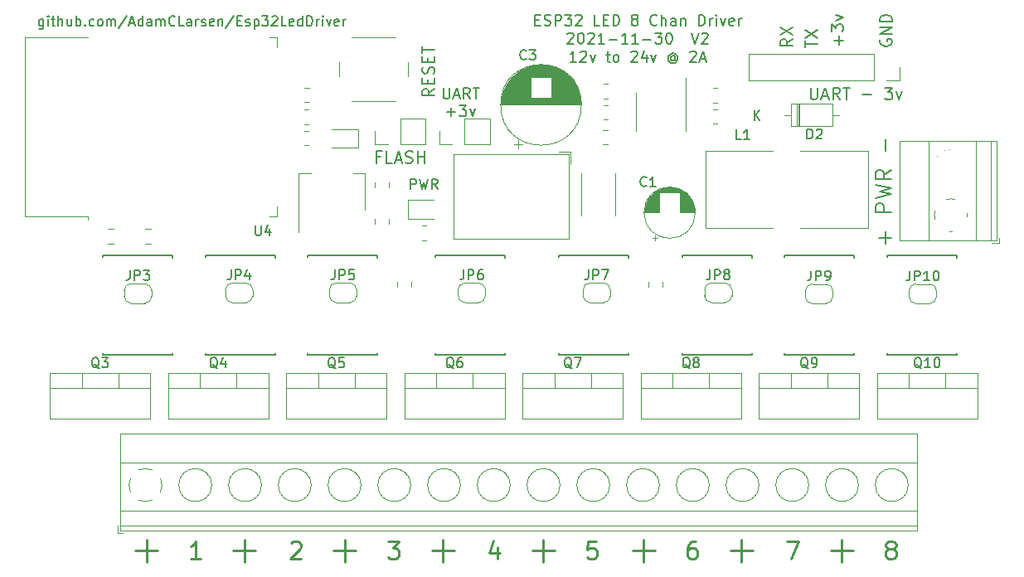
<source format=gto>
G04 #@! TF.GenerationSoftware,KiCad,Pcbnew,(5.1.10)-1*
G04 #@! TF.CreationDate,2021-12-04T14:44:31-06:00*
G04 #@! TF.ProjectId,ESP32LedDriverV2,45535033-324c-4656-9444-726976657256,rev?*
G04 #@! TF.SameCoordinates,Original*
G04 #@! TF.FileFunction,Legend,Top*
G04 #@! TF.FilePolarity,Positive*
%FSLAX46Y46*%
G04 Gerber Fmt 4.6, Leading zero omitted, Abs format (unit mm)*
G04 Created by KiCad (PCBNEW (5.1.10)-1) date 2021-12-04 14:44:31*
%MOMM*%
%LPD*%
G01*
G04 APERTURE LIST*
%ADD10C,0.150000*%
%ADD11C,0.200000*%
%ADD12C,0.153000*%
%ADD13C,0.250000*%
%ADD14C,0.180000*%
%ADD15C,0.120000*%
%ADD16C,0.152400*%
%ADD17C,0.100000*%
%ADD18R,0.900000X2.000000*%
%ADD19R,2.000000X0.900000*%
%ADD20R,5.000000X5.000000*%
%ADD21O,1.700000X1.700000*%
%ADD22R,1.700000X1.700000*%
%ADD23C,3.200000*%
%ADD24O,1.600000X1.600000*%
%ADD25R,1.600000X1.600000*%
%ADD26C,1.498600*%
%ADD27R,1.498600X1.498600*%
%ADD28C,1.800000*%
%ADD29R,1.500000X2.000000*%
%ADD30R,3.800000X2.000000*%
%ADD31O,1.500000X2.300000*%
%ADD32R,1.500000X2.300000*%
%ADD33C,2.000000*%
%ADD34O,1.905000X2.000000*%
%ADD35R,1.905000X2.000000*%
%ADD36C,3.000000*%
%ADD37C,2.600000*%
%ADD38R,2.600000X2.600000*%
%ADD39C,3.500000*%
%ADD40R,3.200000X3.200000*%
%ADD41C,1.600000*%
G04 APERTURE END LIST*
D10*
X86431438Y-69796619D02*
X86431438Y-70687095D01*
X86483819Y-70791857D01*
X86536200Y-70844238D01*
X86640961Y-70896619D01*
X86850485Y-70896619D01*
X86955247Y-70844238D01*
X87007628Y-70791857D01*
X87060009Y-70687095D01*
X87060009Y-69796619D01*
X87531438Y-70582333D02*
X88055247Y-70582333D01*
X87426676Y-70896619D02*
X87793342Y-69796619D01*
X88160009Y-70896619D01*
X89155247Y-70896619D02*
X88788580Y-70372809D01*
X88526676Y-70896619D02*
X88526676Y-69796619D01*
X88945723Y-69796619D01*
X89050485Y-69849000D01*
X89102866Y-69901380D01*
X89155247Y-70006142D01*
X89155247Y-70163285D01*
X89102866Y-70268047D01*
X89050485Y-70320428D01*
X88945723Y-70372809D01*
X88526676Y-70372809D01*
X89469533Y-69796619D02*
X90098104Y-69796619D01*
X89783819Y-70896619D02*
X89783819Y-69796619D01*
X86824295Y-72277571D02*
X87662390Y-72277571D01*
X87243342Y-72696619D02*
X87243342Y-71858523D01*
X88081438Y-71596619D02*
X88762390Y-71596619D01*
X88395723Y-72015666D01*
X88552866Y-72015666D01*
X88657628Y-72068047D01*
X88710009Y-72120428D01*
X88762390Y-72225190D01*
X88762390Y-72487095D01*
X88710009Y-72591857D01*
X88657628Y-72644238D01*
X88552866Y-72696619D01*
X88238580Y-72696619D01*
X88133819Y-72644238D01*
X88081438Y-72591857D01*
X89129057Y-71963285D02*
X89390961Y-72696619D01*
X89652866Y-71963285D01*
D11*
X126816914Y-65422285D02*
X126816914Y-64508000D01*
X127274057Y-64965142D02*
X126359771Y-64965142D01*
X126074057Y-64050857D02*
X126074057Y-63308000D01*
X126531200Y-63708000D01*
X126531200Y-63536571D01*
X126588342Y-63422285D01*
X126645485Y-63365142D01*
X126759771Y-63308000D01*
X127045485Y-63308000D01*
X127159771Y-63365142D01*
X127216914Y-63422285D01*
X127274057Y-63536571D01*
X127274057Y-63879428D01*
X127216914Y-63993714D01*
X127159771Y-64050857D01*
X126474057Y-62908000D02*
X127274057Y-62622285D01*
X126474057Y-62336571D01*
D12*
X45593493Y-62801714D02*
X45593493Y-63611238D01*
X45545874Y-63706476D01*
X45498255Y-63754095D01*
X45403017Y-63801714D01*
X45260160Y-63801714D01*
X45164921Y-63754095D01*
X45593493Y-63420761D02*
X45498255Y-63468380D01*
X45307779Y-63468380D01*
X45212540Y-63420761D01*
X45164921Y-63373142D01*
X45117302Y-63277904D01*
X45117302Y-62992190D01*
X45164921Y-62896952D01*
X45212540Y-62849333D01*
X45307779Y-62801714D01*
X45498255Y-62801714D01*
X45593493Y-62849333D01*
X46069683Y-63468380D02*
X46069683Y-62801714D01*
X46069683Y-62468380D02*
X46022064Y-62516000D01*
X46069683Y-62563619D01*
X46117302Y-62516000D01*
X46069683Y-62468380D01*
X46069683Y-62563619D01*
X46403017Y-62801714D02*
X46783969Y-62801714D01*
X46545874Y-62468380D02*
X46545874Y-63325523D01*
X46593493Y-63420761D01*
X46688731Y-63468380D01*
X46783969Y-63468380D01*
X47117302Y-63468380D02*
X47117302Y-62468380D01*
X47545874Y-63468380D02*
X47545874Y-62944571D01*
X47498255Y-62849333D01*
X47403017Y-62801714D01*
X47260160Y-62801714D01*
X47164921Y-62849333D01*
X47117302Y-62896952D01*
X48450636Y-62801714D02*
X48450636Y-63468380D01*
X48022064Y-62801714D02*
X48022064Y-63325523D01*
X48069683Y-63420761D01*
X48164921Y-63468380D01*
X48307779Y-63468380D01*
X48403017Y-63420761D01*
X48450636Y-63373142D01*
X48926826Y-63468380D02*
X48926826Y-62468380D01*
X48926826Y-62849333D02*
X49022064Y-62801714D01*
X49212540Y-62801714D01*
X49307779Y-62849333D01*
X49355398Y-62896952D01*
X49403017Y-62992190D01*
X49403017Y-63277904D01*
X49355398Y-63373142D01*
X49307779Y-63420761D01*
X49212540Y-63468380D01*
X49022064Y-63468380D01*
X48926826Y-63420761D01*
X49831588Y-63373142D02*
X49879207Y-63420761D01*
X49831588Y-63468380D01*
X49783969Y-63420761D01*
X49831588Y-63373142D01*
X49831588Y-63468380D01*
X50736350Y-63420761D02*
X50641112Y-63468380D01*
X50450636Y-63468380D01*
X50355398Y-63420761D01*
X50307779Y-63373142D01*
X50260160Y-63277904D01*
X50260160Y-62992190D01*
X50307779Y-62896952D01*
X50355398Y-62849333D01*
X50450636Y-62801714D01*
X50641112Y-62801714D01*
X50736350Y-62849333D01*
X51307779Y-63468380D02*
X51212540Y-63420761D01*
X51164921Y-63373142D01*
X51117302Y-63277904D01*
X51117302Y-62992190D01*
X51164921Y-62896952D01*
X51212540Y-62849333D01*
X51307779Y-62801714D01*
X51450636Y-62801714D01*
X51545874Y-62849333D01*
X51593493Y-62896952D01*
X51641112Y-62992190D01*
X51641112Y-63277904D01*
X51593493Y-63373142D01*
X51545874Y-63420761D01*
X51450636Y-63468380D01*
X51307779Y-63468380D01*
X52069683Y-63468380D02*
X52069683Y-62801714D01*
X52069683Y-62896952D02*
X52117302Y-62849333D01*
X52212540Y-62801714D01*
X52355398Y-62801714D01*
X52450636Y-62849333D01*
X52498255Y-62944571D01*
X52498255Y-63468380D01*
X52498255Y-62944571D02*
X52545874Y-62849333D01*
X52641112Y-62801714D01*
X52783969Y-62801714D01*
X52879207Y-62849333D01*
X52926826Y-62944571D01*
X52926826Y-63468380D01*
X54117302Y-62420761D02*
X53260160Y-63706476D01*
X54403017Y-63182666D02*
X54879207Y-63182666D01*
X54307779Y-63468380D02*
X54641112Y-62468380D01*
X54974445Y-63468380D01*
X55736350Y-63468380D02*
X55736350Y-62468380D01*
X55736350Y-63420761D02*
X55641112Y-63468380D01*
X55450636Y-63468380D01*
X55355398Y-63420761D01*
X55307779Y-63373142D01*
X55260159Y-63277904D01*
X55260159Y-62992190D01*
X55307779Y-62896952D01*
X55355398Y-62849333D01*
X55450636Y-62801714D01*
X55641112Y-62801714D01*
X55736350Y-62849333D01*
X56641112Y-63468380D02*
X56641112Y-62944571D01*
X56593493Y-62849333D01*
X56498255Y-62801714D01*
X56307779Y-62801714D01*
X56212540Y-62849333D01*
X56641112Y-63420761D02*
X56545874Y-63468380D01*
X56307779Y-63468380D01*
X56212540Y-63420761D01*
X56164921Y-63325523D01*
X56164921Y-63230285D01*
X56212540Y-63135047D01*
X56307779Y-63087428D01*
X56545874Y-63087428D01*
X56641112Y-63039809D01*
X57117302Y-63468380D02*
X57117302Y-62801714D01*
X57117302Y-62896952D02*
X57164921Y-62849333D01*
X57260159Y-62801714D01*
X57403017Y-62801714D01*
X57498255Y-62849333D01*
X57545874Y-62944571D01*
X57545874Y-63468380D01*
X57545874Y-62944571D02*
X57593493Y-62849333D01*
X57688731Y-62801714D01*
X57831588Y-62801714D01*
X57926826Y-62849333D01*
X57974445Y-62944571D01*
X57974445Y-63468380D01*
X59022064Y-63373142D02*
X58974445Y-63420761D01*
X58831588Y-63468380D01*
X58736350Y-63468380D01*
X58593493Y-63420761D01*
X58498255Y-63325523D01*
X58450636Y-63230285D01*
X58403017Y-63039809D01*
X58403017Y-62896952D01*
X58450636Y-62706476D01*
X58498255Y-62611238D01*
X58593493Y-62516000D01*
X58736350Y-62468380D01*
X58831588Y-62468380D01*
X58974445Y-62516000D01*
X59022064Y-62563619D01*
X59926826Y-63468380D02*
X59450636Y-63468380D01*
X59450636Y-62468380D01*
X60688731Y-63468380D02*
X60688731Y-62944571D01*
X60641112Y-62849333D01*
X60545874Y-62801714D01*
X60355398Y-62801714D01*
X60260160Y-62849333D01*
X60688731Y-63420761D02*
X60593493Y-63468380D01*
X60355398Y-63468380D01*
X60260160Y-63420761D01*
X60212540Y-63325523D01*
X60212540Y-63230285D01*
X60260160Y-63135047D01*
X60355398Y-63087428D01*
X60593493Y-63087428D01*
X60688731Y-63039809D01*
X61164921Y-63468380D02*
X61164921Y-62801714D01*
X61164921Y-62992190D02*
X61212540Y-62896952D01*
X61260160Y-62849333D01*
X61355398Y-62801714D01*
X61450636Y-62801714D01*
X61736350Y-63420761D02*
X61831588Y-63468380D01*
X62022064Y-63468380D01*
X62117302Y-63420761D01*
X62164921Y-63325523D01*
X62164921Y-63277904D01*
X62117302Y-63182666D01*
X62022064Y-63135047D01*
X61879207Y-63135047D01*
X61783969Y-63087428D01*
X61736350Y-62992190D01*
X61736350Y-62944571D01*
X61783969Y-62849333D01*
X61879207Y-62801714D01*
X62022064Y-62801714D01*
X62117302Y-62849333D01*
X62974445Y-63420761D02*
X62879207Y-63468380D01*
X62688731Y-63468380D01*
X62593493Y-63420761D01*
X62545874Y-63325523D01*
X62545874Y-62944571D01*
X62593493Y-62849333D01*
X62688731Y-62801714D01*
X62879207Y-62801714D01*
X62974445Y-62849333D01*
X63022064Y-62944571D01*
X63022064Y-63039809D01*
X62545874Y-63135047D01*
X63450636Y-62801714D02*
X63450636Y-63468380D01*
X63450636Y-62896952D02*
X63498255Y-62849333D01*
X63593493Y-62801714D01*
X63736350Y-62801714D01*
X63831588Y-62849333D01*
X63879207Y-62944571D01*
X63879207Y-63468380D01*
X65069683Y-62420761D02*
X64212540Y-63706476D01*
X65403017Y-62944571D02*
X65736350Y-62944571D01*
X65879207Y-63468380D02*
X65403017Y-63468380D01*
X65403017Y-62468380D01*
X65879207Y-62468380D01*
X66260159Y-63420761D02*
X66355398Y-63468380D01*
X66545874Y-63468380D01*
X66641112Y-63420761D01*
X66688731Y-63325523D01*
X66688731Y-63277904D01*
X66641112Y-63182666D01*
X66545874Y-63135047D01*
X66403017Y-63135047D01*
X66307779Y-63087428D01*
X66260159Y-62992190D01*
X66260159Y-62944571D01*
X66307779Y-62849333D01*
X66403017Y-62801714D01*
X66545874Y-62801714D01*
X66641112Y-62849333D01*
X67117302Y-62801714D02*
X67117302Y-63801714D01*
X67117302Y-62849333D02*
X67212540Y-62801714D01*
X67403017Y-62801714D01*
X67498255Y-62849333D01*
X67545874Y-62896952D01*
X67593493Y-62992190D01*
X67593493Y-63277904D01*
X67545874Y-63373142D01*
X67498255Y-63420761D01*
X67403017Y-63468380D01*
X67212540Y-63468380D01*
X67117302Y-63420761D01*
X67926826Y-62468380D02*
X68545874Y-62468380D01*
X68212540Y-62849333D01*
X68355398Y-62849333D01*
X68450636Y-62896952D01*
X68498255Y-62944571D01*
X68545874Y-63039809D01*
X68545874Y-63277904D01*
X68498255Y-63373142D01*
X68450636Y-63420761D01*
X68355398Y-63468380D01*
X68069683Y-63468380D01*
X67974445Y-63420761D01*
X67926826Y-63373142D01*
X68926826Y-62563619D02*
X68974445Y-62516000D01*
X69069683Y-62468380D01*
X69307779Y-62468380D01*
X69403017Y-62516000D01*
X69450636Y-62563619D01*
X69498255Y-62658857D01*
X69498255Y-62754095D01*
X69450636Y-62896952D01*
X68879207Y-63468380D01*
X69498255Y-63468380D01*
X70403017Y-63468380D02*
X69926826Y-63468380D01*
X69926826Y-62468380D01*
X71117302Y-63420761D02*
X71022064Y-63468380D01*
X70831588Y-63468380D01*
X70736350Y-63420761D01*
X70688731Y-63325523D01*
X70688731Y-62944571D01*
X70736350Y-62849333D01*
X70831588Y-62801714D01*
X71022064Y-62801714D01*
X71117302Y-62849333D01*
X71164921Y-62944571D01*
X71164921Y-63039809D01*
X70688731Y-63135047D01*
X72022064Y-63468380D02*
X72022064Y-62468380D01*
X72022064Y-63420761D02*
X71926826Y-63468380D01*
X71736350Y-63468380D01*
X71641112Y-63420761D01*
X71593493Y-63373142D01*
X71545874Y-63277904D01*
X71545874Y-62992190D01*
X71593493Y-62896952D01*
X71641112Y-62849333D01*
X71736350Y-62801714D01*
X71926826Y-62801714D01*
X72022064Y-62849333D01*
X72498255Y-63468380D02*
X72498255Y-62468380D01*
X72736350Y-62468380D01*
X72879207Y-62516000D01*
X72974445Y-62611238D01*
X73022064Y-62706476D01*
X73069683Y-62896952D01*
X73069683Y-63039809D01*
X73022064Y-63230285D01*
X72974445Y-63325523D01*
X72879207Y-63420761D01*
X72736350Y-63468380D01*
X72498255Y-63468380D01*
X73498255Y-63468380D02*
X73498255Y-62801714D01*
X73498255Y-62992190D02*
X73545874Y-62896952D01*
X73593493Y-62849333D01*
X73688731Y-62801714D01*
X73783969Y-62801714D01*
X74117302Y-63468380D02*
X74117302Y-62801714D01*
X74117302Y-62468380D02*
X74069683Y-62516000D01*
X74117302Y-62563619D01*
X74164921Y-62516000D01*
X74117302Y-62468380D01*
X74117302Y-62563619D01*
X74498255Y-62801714D02*
X74736350Y-63468380D01*
X74974445Y-62801714D01*
X75736350Y-63420761D02*
X75641112Y-63468380D01*
X75450636Y-63468380D01*
X75355398Y-63420761D01*
X75307779Y-63325523D01*
X75307779Y-62944571D01*
X75355398Y-62849333D01*
X75450636Y-62801714D01*
X75641112Y-62801714D01*
X75736350Y-62849333D01*
X75783969Y-62944571D01*
X75783969Y-63039809D01*
X75307779Y-63135047D01*
X76212540Y-63468380D02*
X76212540Y-62801714D01*
X76212540Y-62992190D02*
X76260160Y-62896952D01*
X76307779Y-62849333D01*
X76403017Y-62801714D01*
X76498255Y-62801714D01*
D11*
X80024028Y-76852085D02*
X79624028Y-76852085D01*
X79624028Y-77480657D02*
X79624028Y-76280657D01*
X80195457Y-76280657D01*
X81224028Y-77480657D02*
X80652600Y-77480657D01*
X80652600Y-76280657D01*
X81566885Y-77137800D02*
X82138314Y-77137800D01*
X81452600Y-77480657D02*
X81852600Y-76280657D01*
X82252600Y-77480657D01*
X82595457Y-77423514D02*
X82766885Y-77480657D01*
X83052600Y-77480657D01*
X83166885Y-77423514D01*
X83224028Y-77366371D01*
X83281171Y-77252085D01*
X83281171Y-77137800D01*
X83224028Y-77023514D01*
X83166885Y-76966371D01*
X83052600Y-76909228D01*
X82824028Y-76852085D01*
X82709742Y-76794942D01*
X82652600Y-76737800D01*
X82595457Y-76623514D01*
X82595457Y-76509228D01*
X82652600Y-76394942D01*
X82709742Y-76337800D01*
X82824028Y-76280657D01*
X83109742Y-76280657D01*
X83281171Y-76337800D01*
X83795457Y-77480657D02*
X83795457Y-76280657D01*
X83795457Y-76852085D02*
X84481171Y-76852085D01*
X84481171Y-77480657D02*
X84481171Y-76280657D01*
X85491057Y-69892257D02*
X84919628Y-70292257D01*
X85491057Y-70577971D02*
X84291057Y-70577971D01*
X84291057Y-70120828D01*
X84348200Y-70006542D01*
X84405342Y-69949400D01*
X84519628Y-69892257D01*
X84691057Y-69892257D01*
X84805342Y-69949400D01*
X84862485Y-70006542D01*
X84919628Y-70120828D01*
X84919628Y-70577971D01*
X84862485Y-69377971D02*
X84862485Y-68977971D01*
X85491057Y-68806542D02*
X85491057Y-69377971D01*
X84291057Y-69377971D01*
X84291057Y-68806542D01*
X85433914Y-68349400D02*
X85491057Y-68177971D01*
X85491057Y-67892257D01*
X85433914Y-67777971D01*
X85376771Y-67720828D01*
X85262485Y-67663685D01*
X85148200Y-67663685D01*
X85033914Y-67720828D01*
X84976771Y-67777971D01*
X84919628Y-67892257D01*
X84862485Y-68120828D01*
X84805342Y-68235114D01*
X84748200Y-68292257D01*
X84633914Y-68349400D01*
X84519628Y-68349400D01*
X84405342Y-68292257D01*
X84348200Y-68235114D01*
X84291057Y-68120828D01*
X84291057Y-67835114D01*
X84348200Y-67663685D01*
X84862485Y-67149400D02*
X84862485Y-66749400D01*
X85491057Y-66577971D02*
X85491057Y-67149400D01*
X84291057Y-67149400D01*
X84291057Y-66577971D01*
X84291057Y-66235114D02*
X84291057Y-65549400D01*
X85491057Y-65892257D02*
X84291057Y-65892257D01*
D10*
X83106866Y-80133380D02*
X83106866Y-79133380D01*
X83487819Y-79133380D01*
X83583057Y-79181000D01*
X83630676Y-79228619D01*
X83678295Y-79323857D01*
X83678295Y-79466714D01*
X83630676Y-79561952D01*
X83583057Y-79609571D01*
X83487819Y-79657190D01*
X83106866Y-79657190D01*
X84011628Y-79133380D02*
X84249723Y-80133380D01*
X84440200Y-79419095D01*
X84630676Y-80133380D01*
X84868771Y-79133380D01*
X85821152Y-80133380D02*
X85487819Y-79657190D01*
X85249723Y-80133380D02*
X85249723Y-79133380D01*
X85630676Y-79133380D01*
X85725914Y-79181000D01*
X85773533Y-79228619D01*
X85821152Y-79323857D01*
X85821152Y-79466714D01*
X85773533Y-79561952D01*
X85725914Y-79609571D01*
X85630676Y-79657190D01*
X85249723Y-79657190D01*
D11*
X95808009Y-62868028D02*
X96174676Y-62868028D01*
X96331819Y-63444219D02*
X95808009Y-63444219D01*
X95808009Y-62344219D01*
X96331819Y-62344219D01*
X96750866Y-63391838D02*
X96908009Y-63444219D01*
X97169914Y-63444219D01*
X97274676Y-63391838D01*
X97327057Y-63339457D01*
X97379438Y-63234695D01*
X97379438Y-63129933D01*
X97327057Y-63025171D01*
X97274676Y-62972790D01*
X97169914Y-62920409D01*
X96960390Y-62868028D01*
X96855628Y-62815647D01*
X96803247Y-62763266D01*
X96750866Y-62658504D01*
X96750866Y-62553742D01*
X96803247Y-62448980D01*
X96855628Y-62396600D01*
X96960390Y-62344219D01*
X97222295Y-62344219D01*
X97379438Y-62396600D01*
X97850866Y-63444219D02*
X97850866Y-62344219D01*
X98269914Y-62344219D01*
X98374676Y-62396600D01*
X98427057Y-62448980D01*
X98479438Y-62553742D01*
X98479438Y-62710885D01*
X98427057Y-62815647D01*
X98374676Y-62868028D01*
X98269914Y-62920409D01*
X97850866Y-62920409D01*
X98846104Y-62344219D02*
X99527057Y-62344219D01*
X99160390Y-62763266D01*
X99317533Y-62763266D01*
X99422295Y-62815647D01*
X99474676Y-62868028D01*
X99527057Y-62972790D01*
X99527057Y-63234695D01*
X99474676Y-63339457D01*
X99422295Y-63391838D01*
X99317533Y-63444219D01*
X99003247Y-63444219D01*
X98898485Y-63391838D01*
X98846104Y-63339457D01*
X99946104Y-62448980D02*
X99998485Y-62396600D01*
X100103247Y-62344219D01*
X100365152Y-62344219D01*
X100469914Y-62396600D01*
X100522295Y-62448980D01*
X100574676Y-62553742D01*
X100574676Y-62658504D01*
X100522295Y-62815647D01*
X99893723Y-63444219D01*
X100574676Y-63444219D01*
X102408009Y-63444219D02*
X101884200Y-63444219D01*
X101884200Y-62344219D01*
X102774676Y-62868028D02*
X103141342Y-62868028D01*
X103298485Y-63444219D02*
X102774676Y-63444219D01*
X102774676Y-62344219D01*
X103298485Y-62344219D01*
X103769914Y-63444219D02*
X103769914Y-62344219D01*
X104031819Y-62344219D01*
X104188961Y-62396600D01*
X104293723Y-62501361D01*
X104346104Y-62606123D01*
X104398485Y-62815647D01*
X104398485Y-62972790D01*
X104346104Y-63182314D01*
X104293723Y-63287076D01*
X104188961Y-63391838D01*
X104031819Y-63444219D01*
X103769914Y-63444219D01*
X105865152Y-62815647D02*
X105760390Y-62763266D01*
X105708009Y-62710885D01*
X105655628Y-62606123D01*
X105655628Y-62553742D01*
X105708009Y-62448980D01*
X105760390Y-62396600D01*
X105865152Y-62344219D01*
X106074676Y-62344219D01*
X106179438Y-62396600D01*
X106231819Y-62448980D01*
X106284200Y-62553742D01*
X106284200Y-62606123D01*
X106231819Y-62710885D01*
X106179438Y-62763266D01*
X106074676Y-62815647D01*
X105865152Y-62815647D01*
X105760390Y-62868028D01*
X105708009Y-62920409D01*
X105655628Y-63025171D01*
X105655628Y-63234695D01*
X105708009Y-63339457D01*
X105760390Y-63391838D01*
X105865152Y-63444219D01*
X106074676Y-63444219D01*
X106179438Y-63391838D01*
X106231819Y-63339457D01*
X106284200Y-63234695D01*
X106284200Y-63025171D01*
X106231819Y-62920409D01*
X106179438Y-62868028D01*
X106074676Y-62815647D01*
X108222295Y-63339457D02*
X108169914Y-63391838D01*
X108012771Y-63444219D01*
X107908009Y-63444219D01*
X107750866Y-63391838D01*
X107646104Y-63287076D01*
X107593723Y-63182314D01*
X107541342Y-62972790D01*
X107541342Y-62815647D01*
X107593723Y-62606123D01*
X107646104Y-62501361D01*
X107750866Y-62396600D01*
X107908009Y-62344219D01*
X108012771Y-62344219D01*
X108169914Y-62396600D01*
X108222295Y-62448980D01*
X108693723Y-63444219D02*
X108693723Y-62344219D01*
X109165152Y-63444219D02*
X109165152Y-62868028D01*
X109112771Y-62763266D01*
X109008009Y-62710885D01*
X108850866Y-62710885D01*
X108746104Y-62763266D01*
X108693723Y-62815647D01*
X110160390Y-63444219D02*
X110160390Y-62868028D01*
X110108009Y-62763266D01*
X110003247Y-62710885D01*
X109793723Y-62710885D01*
X109688961Y-62763266D01*
X110160390Y-63391838D02*
X110055628Y-63444219D01*
X109793723Y-63444219D01*
X109688961Y-63391838D01*
X109636580Y-63287076D01*
X109636580Y-63182314D01*
X109688961Y-63077552D01*
X109793723Y-63025171D01*
X110055628Y-63025171D01*
X110160390Y-62972790D01*
X110684200Y-62710885D02*
X110684200Y-63444219D01*
X110684200Y-62815647D02*
X110736580Y-62763266D01*
X110841342Y-62710885D01*
X110998485Y-62710885D01*
X111103247Y-62763266D01*
X111155628Y-62868028D01*
X111155628Y-63444219D01*
X112517533Y-63444219D02*
X112517533Y-62344219D01*
X112779438Y-62344219D01*
X112936580Y-62396600D01*
X113041342Y-62501361D01*
X113093723Y-62606123D01*
X113146104Y-62815647D01*
X113146104Y-62972790D01*
X113093723Y-63182314D01*
X113041342Y-63287076D01*
X112936580Y-63391838D01*
X112779438Y-63444219D01*
X112517533Y-63444219D01*
X113617533Y-63444219D02*
X113617533Y-62710885D01*
X113617533Y-62920409D02*
X113669914Y-62815647D01*
X113722295Y-62763266D01*
X113827057Y-62710885D01*
X113931819Y-62710885D01*
X114298485Y-63444219D02*
X114298485Y-62710885D01*
X114298485Y-62344219D02*
X114246104Y-62396600D01*
X114298485Y-62448980D01*
X114350866Y-62396600D01*
X114298485Y-62344219D01*
X114298485Y-62448980D01*
X114717533Y-62710885D02*
X114979438Y-63444219D01*
X115241342Y-62710885D01*
X116079438Y-63391838D02*
X115974676Y-63444219D01*
X115765152Y-63444219D01*
X115660390Y-63391838D01*
X115608009Y-63287076D01*
X115608009Y-62868028D01*
X115660390Y-62763266D01*
X115765152Y-62710885D01*
X115974676Y-62710885D01*
X116079438Y-62763266D01*
X116131819Y-62868028D01*
X116131819Y-62972790D01*
X115608009Y-63077552D01*
X116603247Y-63444219D02*
X116603247Y-62710885D01*
X116603247Y-62920409D02*
X116655628Y-62815647D01*
X116708009Y-62763266D01*
X116812771Y-62710885D01*
X116917533Y-62710885D01*
X99108009Y-64298980D02*
X99160390Y-64246600D01*
X99265152Y-64194219D01*
X99527057Y-64194219D01*
X99631819Y-64246600D01*
X99684200Y-64298980D01*
X99736580Y-64403742D01*
X99736580Y-64508504D01*
X99684200Y-64665647D01*
X99055628Y-65294219D01*
X99736580Y-65294219D01*
X100417533Y-64194219D02*
X100522295Y-64194219D01*
X100627057Y-64246600D01*
X100679438Y-64298980D01*
X100731819Y-64403742D01*
X100784200Y-64613266D01*
X100784200Y-64875171D01*
X100731819Y-65084695D01*
X100679438Y-65189457D01*
X100627057Y-65241838D01*
X100522295Y-65294219D01*
X100417533Y-65294219D01*
X100312771Y-65241838D01*
X100260390Y-65189457D01*
X100208009Y-65084695D01*
X100155628Y-64875171D01*
X100155628Y-64613266D01*
X100208009Y-64403742D01*
X100260390Y-64298980D01*
X100312771Y-64246600D01*
X100417533Y-64194219D01*
X101203247Y-64298980D02*
X101255628Y-64246600D01*
X101360390Y-64194219D01*
X101622295Y-64194219D01*
X101727057Y-64246600D01*
X101779438Y-64298980D01*
X101831819Y-64403742D01*
X101831819Y-64508504D01*
X101779438Y-64665647D01*
X101150866Y-65294219D01*
X101831819Y-65294219D01*
X102879438Y-65294219D02*
X102250866Y-65294219D01*
X102565152Y-65294219D02*
X102565152Y-64194219D01*
X102460390Y-64351361D01*
X102355628Y-64456123D01*
X102250866Y-64508504D01*
X103350866Y-64875171D02*
X104188961Y-64875171D01*
X105288961Y-65294219D02*
X104660390Y-65294219D01*
X104974676Y-65294219D02*
X104974676Y-64194219D01*
X104869914Y-64351361D01*
X104765152Y-64456123D01*
X104660390Y-64508504D01*
X106336580Y-65294219D02*
X105708009Y-65294219D01*
X106022295Y-65294219D02*
X106022295Y-64194219D01*
X105917533Y-64351361D01*
X105812771Y-64456123D01*
X105708009Y-64508504D01*
X106808009Y-64875171D02*
X107646104Y-64875171D01*
X108065152Y-64194219D02*
X108746104Y-64194219D01*
X108379438Y-64613266D01*
X108536580Y-64613266D01*
X108641342Y-64665647D01*
X108693723Y-64718028D01*
X108746104Y-64822790D01*
X108746104Y-65084695D01*
X108693723Y-65189457D01*
X108641342Y-65241838D01*
X108536580Y-65294219D01*
X108222295Y-65294219D01*
X108117533Y-65241838D01*
X108065152Y-65189457D01*
X109427057Y-64194219D02*
X109531819Y-64194219D01*
X109636580Y-64246600D01*
X109688961Y-64298980D01*
X109741342Y-64403742D01*
X109793723Y-64613266D01*
X109793723Y-64875171D01*
X109741342Y-65084695D01*
X109688961Y-65189457D01*
X109636580Y-65241838D01*
X109531819Y-65294219D01*
X109427057Y-65294219D01*
X109322295Y-65241838D01*
X109269914Y-65189457D01*
X109217533Y-65084695D01*
X109165152Y-64875171D01*
X109165152Y-64613266D01*
X109217533Y-64403742D01*
X109269914Y-64298980D01*
X109322295Y-64246600D01*
X109427057Y-64194219D01*
X111784200Y-64194219D02*
X112150866Y-65294219D01*
X112517533Y-64194219D01*
X112831819Y-64298980D02*
X112884200Y-64246600D01*
X112988961Y-64194219D01*
X113250866Y-64194219D01*
X113355628Y-64246600D01*
X113408009Y-64298980D01*
X113460390Y-64403742D01*
X113460390Y-64508504D01*
X113408009Y-64665647D01*
X112779438Y-65294219D01*
X113460390Y-65294219D01*
X99998485Y-67144219D02*
X99369914Y-67144219D01*
X99684200Y-67144219D02*
X99684200Y-66044219D01*
X99579438Y-66201361D01*
X99474676Y-66306123D01*
X99369914Y-66358504D01*
X100417533Y-66148980D02*
X100469914Y-66096600D01*
X100574676Y-66044219D01*
X100836580Y-66044219D01*
X100941342Y-66096600D01*
X100993723Y-66148980D01*
X101046104Y-66253742D01*
X101046104Y-66358504D01*
X100993723Y-66515647D01*
X100365152Y-67144219D01*
X101046104Y-67144219D01*
X101412771Y-66410885D02*
X101674676Y-67144219D01*
X101936580Y-66410885D01*
X103036580Y-66410885D02*
X103455628Y-66410885D01*
X103193723Y-66044219D02*
X103193723Y-66987076D01*
X103246104Y-67091838D01*
X103350866Y-67144219D01*
X103455628Y-67144219D01*
X103979438Y-67144219D02*
X103874676Y-67091838D01*
X103822295Y-67039457D01*
X103769914Y-66934695D01*
X103769914Y-66620409D01*
X103822295Y-66515647D01*
X103874676Y-66463266D01*
X103979438Y-66410885D01*
X104136580Y-66410885D01*
X104241342Y-66463266D01*
X104293723Y-66515647D01*
X104346104Y-66620409D01*
X104346104Y-66934695D01*
X104293723Y-67039457D01*
X104241342Y-67091838D01*
X104136580Y-67144219D01*
X103979438Y-67144219D01*
X105603247Y-66148980D02*
X105655628Y-66096600D01*
X105760390Y-66044219D01*
X106022295Y-66044219D01*
X106127057Y-66096600D01*
X106179438Y-66148980D01*
X106231819Y-66253742D01*
X106231819Y-66358504D01*
X106179438Y-66515647D01*
X105550866Y-67144219D01*
X106231819Y-67144219D01*
X107174676Y-66410885D02*
X107174676Y-67144219D01*
X106912771Y-65991838D02*
X106650866Y-66777552D01*
X107331819Y-66777552D01*
X107646104Y-66410885D02*
X107908009Y-67144219D01*
X108169914Y-66410885D01*
X110108009Y-66620409D02*
X110055628Y-66568028D01*
X109950866Y-66515647D01*
X109846104Y-66515647D01*
X109741342Y-66568028D01*
X109688961Y-66620409D01*
X109636580Y-66725171D01*
X109636580Y-66829933D01*
X109688961Y-66934695D01*
X109741342Y-66987076D01*
X109846104Y-67039457D01*
X109950866Y-67039457D01*
X110055628Y-66987076D01*
X110108009Y-66934695D01*
X110108009Y-66515647D02*
X110108009Y-66934695D01*
X110160390Y-66987076D01*
X110212771Y-66987076D01*
X110317533Y-66934695D01*
X110369914Y-66829933D01*
X110369914Y-66568028D01*
X110265152Y-66410885D01*
X110108009Y-66306123D01*
X109898485Y-66253742D01*
X109688961Y-66306123D01*
X109531819Y-66410885D01*
X109427057Y-66568028D01*
X109374676Y-66777552D01*
X109427057Y-66987076D01*
X109531819Y-67144219D01*
X109688961Y-67248980D01*
X109898485Y-67301361D01*
X110108009Y-67248980D01*
X110265152Y-67144219D01*
X111627057Y-66148980D02*
X111679438Y-66096600D01*
X111784200Y-66044219D01*
X112046104Y-66044219D01*
X112150866Y-66096600D01*
X112203247Y-66148980D01*
X112255628Y-66253742D01*
X112255628Y-66358504D01*
X112203247Y-66515647D01*
X111574676Y-67144219D01*
X112255628Y-67144219D01*
X112674676Y-66829933D02*
X113198485Y-66829933D01*
X112569914Y-67144219D02*
X112936580Y-66044219D01*
X113303247Y-67144219D01*
D13*
X131957731Y-116908334D02*
X131786302Y-116822620D01*
X131700588Y-116736905D01*
X131614874Y-116565477D01*
X131614874Y-116479762D01*
X131700588Y-116308334D01*
X131786302Y-116222620D01*
X131957731Y-116136905D01*
X132300588Y-116136905D01*
X132472017Y-116222620D01*
X132557731Y-116308334D01*
X132643445Y-116479762D01*
X132643445Y-116565477D01*
X132557731Y-116736905D01*
X132472017Y-116822620D01*
X132300588Y-116908334D01*
X131957731Y-116908334D01*
X131786302Y-116994048D01*
X131700588Y-117079762D01*
X131614874Y-117251191D01*
X131614874Y-117594048D01*
X131700588Y-117765477D01*
X131786302Y-117851191D01*
X131957731Y-117936905D01*
X132300588Y-117936905D01*
X132472017Y-117851191D01*
X132557731Y-117765477D01*
X132643445Y-117594048D01*
X132643445Y-117251191D01*
X132557731Y-117079762D01*
X132472017Y-116994048D01*
X132300588Y-116908334D01*
X121529160Y-116136905D02*
X122729160Y-116136905D01*
X121957731Y-117936905D01*
X112222017Y-116136905D02*
X111879160Y-116136905D01*
X111707731Y-116222620D01*
X111622017Y-116308334D01*
X111450588Y-116565477D01*
X111364874Y-116908334D01*
X111364874Y-117594048D01*
X111450588Y-117765477D01*
X111536302Y-117851191D01*
X111707731Y-117936905D01*
X112050588Y-117936905D01*
X112222017Y-117851191D01*
X112307731Y-117765477D01*
X112393445Y-117594048D01*
X112393445Y-117165477D01*
X112307731Y-116994048D01*
X112222017Y-116908334D01*
X112050588Y-116822620D01*
X111707731Y-116822620D01*
X111536302Y-116908334D01*
X111450588Y-116994048D01*
X111364874Y-117165477D01*
X102057731Y-116136905D02*
X101200588Y-116136905D01*
X101114874Y-116994048D01*
X101200588Y-116908334D01*
X101372017Y-116822620D01*
X101800588Y-116822620D01*
X101972017Y-116908334D01*
X102057731Y-116994048D01*
X102143445Y-117165477D01*
X102143445Y-117594048D01*
X102057731Y-117765477D01*
X101972017Y-117851191D01*
X101800588Y-117936905D01*
X101372017Y-117936905D01*
X101200588Y-117851191D01*
X101114874Y-117765477D01*
X91972017Y-116736905D02*
X91972017Y-117936905D01*
X91543445Y-116051191D02*
X91114874Y-117336905D01*
X92229160Y-117336905D01*
X80779160Y-116136905D02*
X81893445Y-116136905D01*
X81293445Y-116822620D01*
X81550588Y-116822620D01*
X81722017Y-116908334D01*
X81807731Y-116994048D01*
X81893445Y-117165477D01*
X81893445Y-117594048D01*
X81807731Y-117765477D01*
X81722017Y-117851191D01*
X81550588Y-117936905D01*
X81036302Y-117936905D01*
X80864874Y-117851191D01*
X80779160Y-117765477D01*
X70864874Y-116308334D02*
X70950588Y-116222620D01*
X71122017Y-116136905D01*
X71550588Y-116136905D01*
X71722017Y-116222620D01*
X71807731Y-116308334D01*
X71893445Y-116479762D01*
X71893445Y-116651191D01*
X71807731Y-116908334D01*
X70779160Y-117936905D01*
X71893445Y-117936905D01*
X61643445Y-117936905D02*
X60614874Y-117936905D01*
X61129160Y-117936905D02*
X61129160Y-116136905D01*
X60957731Y-116394048D01*
X60786302Y-116565477D01*
X60614874Y-116651191D01*
X125986302Y-117086905D02*
X128272017Y-117086905D01*
X127129160Y-118229762D02*
X127129160Y-115944048D01*
X115736302Y-117086905D02*
X118022017Y-117086905D01*
X116879160Y-118229762D02*
X116879160Y-115944048D01*
X105736302Y-117086905D02*
X108022017Y-117086905D01*
X106879160Y-118229762D02*
X106879160Y-115944048D01*
X85236302Y-117086905D02*
X87522017Y-117086905D01*
X86379160Y-118229762D02*
X86379160Y-115944048D01*
X95486302Y-117086905D02*
X97772017Y-117086905D01*
X96629160Y-118229762D02*
X96629160Y-115944048D01*
X75236302Y-117086905D02*
X77522017Y-117086905D01*
X76379160Y-118229762D02*
X76379160Y-115944048D01*
X64986302Y-117086905D02*
X67272017Y-117086905D01*
X66129160Y-118229762D02*
X66129160Y-115944048D01*
X54986302Y-117086905D02*
X57272017Y-117086905D01*
X56129160Y-118229762D02*
X56129160Y-115944048D01*
D14*
X131544485Y-85705953D02*
X131544485Y-84486905D01*
X132154009Y-85096429D02*
X130934961Y-85096429D01*
X132154009Y-82505953D02*
X130554009Y-82505953D01*
X130554009Y-81896429D01*
X130630200Y-81744048D01*
X130706390Y-81667858D01*
X130858771Y-81591667D01*
X131087342Y-81591667D01*
X131239723Y-81667858D01*
X131315914Y-81744048D01*
X131392104Y-81896429D01*
X131392104Y-82505953D01*
X130554009Y-81058334D02*
X132154009Y-80677381D01*
X131011152Y-80372620D01*
X132154009Y-80067858D01*
X130554009Y-79686905D01*
X132154009Y-78163096D02*
X131392104Y-78696429D01*
X132154009Y-79077381D02*
X130554009Y-79077381D01*
X130554009Y-78467858D01*
X130630200Y-78315477D01*
X130706390Y-78239286D01*
X130858771Y-78163096D01*
X131087342Y-78163096D01*
X131239723Y-78239286D01*
X131315914Y-78315477D01*
X131392104Y-78467858D01*
X131392104Y-79077381D01*
X131544485Y-76258334D02*
X131544485Y-75039286D01*
D11*
X123934600Y-69778257D02*
X123934600Y-70749685D01*
X123991742Y-70863971D01*
X124048885Y-70921114D01*
X124163171Y-70978257D01*
X124391742Y-70978257D01*
X124506028Y-70921114D01*
X124563171Y-70863971D01*
X124620314Y-70749685D01*
X124620314Y-69778257D01*
X125134600Y-70635400D02*
X125706028Y-70635400D01*
X125020314Y-70978257D02*
X125420314Y-69778257D01*
X125820314Y-70978257D01*
X126906028Y-70978257D02*
X126506028Y-70406828D01*
X126220314Y-70978257D02*
X126220314Y-69778257D01*
X126677457Y-69778257D01*
X126791742Y-69835400D01*
X126848885Y-69892542D01*
X126906028Y-70006828D01*
X126906028Y-70178257D01*
X126848885Y-70292542D01*
X126791742Y-70349685D01*
X126677457Y-70406828D01*
X126220314Y-70406828D01*
X127248885Y-69778257D02*
X127934600Y-69778257D01*
X127591742Y-70978257D02*
X127591742Y-69778257D01*
X129248885Y-70521114D02*
X130163171Y-70521114D01*
X131534600Y-69778257D02*
X132277457Y-69778257D01*
X131877457Y-70235400D01*
X132048885Y-70235400D01*
X132163171Y-70292542D01*
X132220314Y-70349685D01*
X132277457Y-70463971D01*
X132277457Y-70749685D01*
X132220314Y-70863971D01*
X132163171Y-70921114D01*
X132048885Y-70978257D01*
X131706028Y-70978257D01*
X131591742Y-70921114D01*
X131534600Y-70863971D01*
X132677457Y-70178257D02*
X132963171Y-70978257D01*
X133248885Y-70178257D01*
X122067057Y-64800071D02*
X121495628Y-65200071D01*
X122067057Y-65485785D02*
X120867057Y-65485785D01*
X120867057Y-65028642D01*
X120924200Y-64914357D01*
X120981342Y-64857214D01*
X121095628Y-64800071D01*
X121267057Y-64800071D01*
X121381342Y-64857214D01*
X121438485Y-64914357D01*
X121495628Y-65028642D01*
X121495628Y-65485785D01*
X120867057Y-64400071D02*
X122067057Y-63600071D01*
X120867057Y-63600071D02*
X122067057Y-64400071D01*
X123407057Y-65657214D02*
X123407057Y-64971500D01*
X124607057Y-65314357D02*
X123407057Y-65314357D01*
X123407057Y-64685785D02*
X124607057Y-63885785D01*
X123407057Y-63885785D02*
X124607057Y-64685785D01*
X131084200Y-64857214D02*
X131027057Y-64971500D01*
X131027057Y-65142928D01*
X131084200Y-65314357D01*
X131198485Y-65428642D01*
X131312771Y-65485785D01*
X131541342Y-65542928D01*
X131712771Y-65542928D01*
X131941342Y-65485785D01*
X132055628Y-65428642D01*
X132169914Y-65314357D01*
X132227057Y-65142928D01*
X132227057Y-65028642D01*
X132169914Y-64857214D01*
X132112771Y-64800071D01*
X131712771Y-64800071D01*
X131712771Y-65028642D01*
X132227057Y-64285785D02*
X131027057Y-64285785D01*
X132227057Y-63600071D01*
X131027057Y-63600071D01*
X132227057Y-63028642D02*
X131027057Y-63028642D01*
X131027057Y-62742928D01*
X131084200Y-62571500D01*
X131198485Y-62457214D01*
X131312771Y-62400071D01*
X131541342Y-62342928D01*
X131712771Y-62342928D01*
X131941342Y-62400071D01*
X132055628Y-62457214D01*
X132169914Y-62571500D01*
X132227057Y-62742928D01*
X132227057Y-63028642D01*
D15*
G04 #@! TO.C,JP10*
X133986200Y-90530000D02*
G75*
G02*
X134686200Y-89830000I700000J0D01*
G01*
X134686200Y-91830000D02*
G75*
G02*
X133986200Y-91130000I0J700000D01*
G01*
X136786200Y-91130000D02*
G75*
G02*
X136086200Y-91830000I-700000J0D01*
G01*
X136086200Y-89830000D02*
G75*
G02*
X136786200Y-90530000I0J-700000D01*
G01*
X133986200Y-91130000D02*
X133986200Y-90530000D01*
X136086200Y-91830000D02*
X134686200Y-91830000D01*
X136786200Y-90530000D02*
X136786200Y-91130000D01*
X134686200Y-89830000D02*
X136086200Y-89830000D01*
G04 #@! TO.C,U4*
X50128160Y-82914620D02*
X50128160Y-83294620D01*
X43708160Y-82914620D02*
X50128160Y-82914620D01*
X43708160Y-64674620D02*
X50128160Y-64674620D01*
X43708160Y-82914620D02*
X43708160Y-64674620D01*
X69453160Y-64674620D02*
X69453160Y-65674620D01*
X68673160Y-64674620D02*
X69453160Y-64674620D01*
X69453160Y-82914620D02*
X69453160Y-81914620D01*
X68673160Y-82914620D02*
X69453160Y-82914620D01*
G04 #@! TO.C,JP9*
X123396200Y-90530000D02*
G75*
G02*
X124096200Y-89830000I700000J0D01*
G01*
X124096200Y-91830000D02*
G75*
G02*
X123396200Y-91130000I0J700000D01*
G01*
X126196200Y-91130000D02*
G75*
G02*
X125496200Y-91830000I-700000J0D01*
G01*
X125496200Y-89830000D02*
G75*
G02*
X126196200Y-90530000I0J-700000D01*
G01*
X123396200Y-91130000D02*
X123396200Y-90530000D01*
X125496200Y-91830000D02*
X124096200Y-91830000D01*
X126196200Y-90530000D02*
X126196200Y-91130000D01*
X124096200Y-89830000D02*
X125496200Y-89830000D01*
G04 #@! TO.C,JP8*
X113090700Y-90430000D02*
G75*
G02*
X113790700Y-89730000I700000J0D01*
G01*
X113790700Y-91730000D02*
G75*
G02*
X113090700Y-91030000I0J700000D01*
G01*
X115890700Y-91030000D02*
G75*
G02*
X115190700Y-91730000I-700000J0D01*
G01*
X115190700Y-89730000D02*
G75*
G02*
X115890700Y-90430000I0J-700000D01*
G01*
X113090700Y-91030000D02*
X113090700Y-90430000D01*
X115190700Y-91730000D02*
X113790700Y-91730000D01*
X115890700Y-90430000D02*
X115890700Y-91030000D01*
X113790700Y-89730000D02*
X115190700Y-89730000D01*
G04 #@! TO.C,JP7*
X100693200Y-90430000D02*
G75*
G02*
X101393200Y-89730000I700000J0D01*
G01*
X101393200Y-91730000D02*
G75*
G02*
X100693200Y-91030000I0J700000D01*
G01*
X103493200Y-91030000D02*
G75*
G02*
X102793200Y-91730000I-700000J0D01*
G01*
X102793200Y-89730000D02*
G75*
G02*
X103493200Y-90430000I0J-700000D01*
G01*
X100693200Y-91030000D02*
X100693200Y-90430000D01*
X102793200Y-91730000D02*
X101393200Y-91730000D01*
X103493200Y-90430000D02*
X103493200Y-91030000D01*
X101393200Y-89730000D02*
X102793200Y-89730000D01*
G04 #@! TO.C,JP6*
X87929700Y-90430000D02*
G75*
G02*
X88629700Y-89730000I700000J0D01*
G01*
X88629700Y-91730000D02*
G75*
G02*
X87929700Y-91030000I0J700000D01*
G01*
X90729700Y-91030000D02*
G75*
G02*
X90029700Y-91730000I-700000J0D01*
G01*
X90029700Y-89730000D02*
G75*
G02*
X90729700Y-90430000I0J-700000D01*
G01*
X87929700Y-91030000D02*
X87929700Y-90430000D01*
X90029700Y-91730000D02*
X88629700Y-91730000D01*
X90729700Y-90430000D02*
X90729700Y-91030000D01*
X88629700Y-89730000D02*
X90029700Y-89730000D01*
G04 #@! TO.C,JP5*
X74785200Y-90430000D02*
G75*
G02*
X75485200Y-89730000I700000J0D01*
G01*
X75485200Y-91730000D02*
G75*
G02*
X74785200Y-91030000I0J700000D01*
G01*
X77585200Y-91030000D02*
G75*
G02*
X76885200Y-91730000I-700000J0D01*
G01*
X76885200Y-89730000D02*
G75*
G02*
X77585200Y-90430000I0J-700000D01*
G01*
X74785200Y-91030000D02*
X74785200Y-90430000D01*
X76885200Y-91730000D02*
X75485200Y-91730000D01*
X77585200Y-90430000D02*
X77585200Y-91030000D01*
X75485200Y-89730000D02*
X76885200Y-89730000D01*
G04 #@! TO.C,JP4*
X64180700Y-90430000D02*
G75*
G02*
X64880700Y-89730000I700000J0D01*
G01*
X64880700Y-91730000D02*
G75*
G02*
X64180700Y-91030000I0J700000D01*
G01*
X66980700Y-91030000D02*
G75*
G02*
X66280700Y-91730000I-700000J0D01*
G01*
X66280700Y-89730000D02*
G75*
G02*
X66980700Y-90430000I0J-700000D01*
G01*
X64180700Y-91030000D02*
X64180700Y-90430000D01*
X66280700Y-91730000D02*
X64880700Y-91730000D01*
X66980700Y-90430000D02*
X66980700Y-91030000D01*
X64880700Y-89730000D02*
X66280700Y-89730000D01*
G04 #@! TO.C,JP3*
X53845200Y-90493500D02*
G75*
G02*
X54545200Y-89793500I700000J0D01*
G01*
X54545200Y-91793500D02*
G75*
G02*
X53845200Y-91093500I0J700000D01*
G01*
X56645200Y-91093500D02*
G75*
G02*
X55945200Y-91793500I-700000J0D01*
G01*
X55945200Y-89793500D02*
G75*
G02*
X56645200Y-90493500I0J-700000D01*
G01*
X53845200Y-91093500D02*
X53845200Y-90493500D01*
X55945200Y-91793500D02*
X54545200Y-91793500D01*
X56645200Y-90493500D02*
X56645200Y-91093500D01*
X54545200Y-89793500D02*
X55945200Y-89793500D01*
G04 #@! TO.C,JP2*
X91205800Y-75575400D02*
X91205800Y-72915400D01*
X88605800Y-75575400D02*
X91205800Y-75575400D01*
X88605800Y-72915400D02*
X91205800Y-72915400D01*
X88605800Y-75575400D02*
X88605800Y-72915400D01*
X87335800Y-75575400D02*
X86005800Y-75575400D01*
X86005800Y-75575400D02*
X86005800Y-74245400D01*
G04 #@! TO.C,C10*
X107378000Y-89579748D02*
X107378000Y-90102252D01*
X108848000Y-89579748D02*
X108848000Y-90102252D01*
G04 #@! TO.C,JP1*
X79427200Y-75575400D02*
X79427200Y-74245400D01*
X80757200Y-75575400D02*
X79427200Y-75575400D01*
X82027200Y-75575400D02*
X82027200Y-72915400D01*
X82027200Y-72915400D02*
X84627200Y-72915400D01*
X82027200Y-75575400D02*
X84627200Y-75575400D01*
X84627200Y-75575400D02*
X84627200Y-72915400D01*
G04 #@! TO.C,R3*
X103955160Y-78519936D02*
X103955160Y-82874064D01*
X100535160Y-78519936D02*
X100535160Y-82874064D01*
G04 #@! TO.C,U1*
X106060560Y-72270620D02*
X106060560Y-74220620D01*
X106060560Y-72270620D02*
X106060560Y-70320620D01*
X111180560Y-72270620D02*
X111180560Y-74220620D01*
X111180560Y-72270620D02*
X111180560Y-68820620D01*
G04 #@! TO.C,J3*
X130414200Y-66362200D02*
X130414200Y-69022200D01*
X130414200Y-66362200D02*
X117654200Y-66362200D01*
X117654200Y-66362200D02*
X117654200Y-69022200D01*
X130414200Y-69022200D02*
X117654200Y-69022200D01*
X133014200Y-69022200D02*
X131684200Y-69022200D01*
X133014200Y-67692200D02*
X133014200Y-69022200D01*
G04 #@! TO.C,D2*
X122544200Y-71449000D02*
X122544200Y-73689000D01*
X122784200Y-71449000D02*
X122784200Y-73689000D01*
X122664200Y-71449000D02*
X122664200Y-73689000D01*
X126834200Y-72569000D02*
X126184200Y-72569000D01*
X121294200Y-72569000D02*
X121944200Y-72569000D01*
X126184200Y-71449000D02*
X121944200Y-71449000D01*
X126184200Y-73689000D02*
X126184200Y-71449000D01*
X121944200Y-73689000D02*
X126184200Y-73689000D01*
X121944200Y-71449000D02*
X121944200Y-73689000D01*
G04 #@! TO.C,R10*
X72239136Y-75672000D02*
X72693264Y-75672000D01*
X72239136Y-74202000D02*
X72693264Y-74202000D01*
G04 #@! TO.C,R9*
X72693264Y-72043620D02*
X72239136Y-72043620D01*
X72693264Y-73513620D02*
X72239136Y-73513620D01*
G04 #@! TO.C,R8*
X84667264Y-83873600D02*
X84213136Y-83873600D01*
X84667264Y-85343600D02*
X84213136Y-85343600D01*
G04 #@! TO.C,R7*
X114411104Y-71979980D02*
X113956976Y-71979980D01*
X114411104Y-73449980D02*
X113956976Y-73449980D01*
G04 #@! TO.C,R6*
X114411104Y-69820980D02*
X113956976Y-69820980D01*
X114411104Y-71290980D02*
X113956976Y-71290980D01*
G04 #@! TO.C,R5*
X102775136Y-73031020D02*
X103229264Y-73031020D01*
X102775136Y-71561020D02*
X103229264Y-71561020D01*
G04 #@! TO.C,R4*
X102775136Y-70872020D02*
X103229264Y-70872020D01*
X102775136Y-69402020D02*
X103229264Y-69402020D01*
D16*
G04 #@! TO.C,U8*
X92695200Y-87167720D02*
X92695200Y-86939120D01*
X85583200Y-96870520D02*
X85583200Y-97099120D01*
X85583200Y-97099120D02*
X92695200Y-97099120D01*
X92695200Y-97099120D02*
X92695200Y-96870520D01*
X92695200Y-86939120D02*
X85583200Y-86939120D01*
X85583200Y-86939120D02*
X85583200Y-87116920D01*
D15*
G04 #@! TO.C,C3*
X100523160Y-71536620D02*
G75*
G03*
X100523160Y-71536620I-4120000J0D01*
G01*
X92323160Y-71536620D02*
X100483160Y-71536620D01*
X92323160Y-71496620D02*
X100483160Y-71496620D01*
X92323160Y-71456620D02*
X100483160Y-71456620D01*
X92324160Y-71416620D02*
X100482160Y-71416620D01*
X92326160Y-71376620D02*
X100480160Y-71376620D01*
X92327160Y-71336620D02*
X100479160Y-71336620D01*
X92329160Y-71296620D02*
X100477160Y-71296620D01*
X92332160Y-71256620D02*
X100474160Y-71256620D01*
X92335160Y-71216620D02*
X100471160Y-71216620D01*
X92338160Y-71176620D02*
X100468160Y-71176620D01*
X92342160Y-71136620D02*
X100464160Y-71136620D01*
X92346160Y-71096620D02*
X100460160Y-71096620D01*
X92351160Y-71056620D02*
X100455160Y-71056620D01*
X92355160Y-71016620D02*
X100451160Y-71016620D01*
X92361160Y-70976620D02*
X100445160Y-70976620D01*
X92366160Y-70936620D02*
X100440160Y-70936620D01*
X92373160Y-70896620D02*
X100433160Y-70896620D01*
X92379160Y-70856620D02*
X100427160Y-70856620D01*
X92386160Y-70815620D02*
X95363160Y-70815620D01*
X97443160Y-70815620D02*
X100420160Y-70815620D01*
X92393160Y-70775620D02*
X95363160Y-70775620D01*
X97443160Y-70775620D02*
X100413160Y-70775620D01*
X92401160Y-70735620D02*
X95363160Y-70735620D01*
X97443160Y-70735620D02*
X100405160Y-70735620D01*
X92409160Y-70695620D02*
X95363160Y-70695620D01*
X97443160Y-70695620D02*
X100397160Y-70695620D01*
X92418160Y-70655620D02*
X95363160Y-70655620D01*
X97443160Y-70655620D02*
X100388160Y-70655620D01*
X92427160Y-70615620D02*
X95363160Y-70615620D01*
X97443160Y-70615620D02*
X100379160Y-70615620D01*
X92436160Y-70575620D02*
X95363160Y-70575620D01*
X97443160Y-70575620D02*
X100370160Y-70575620D01*
X92446160Y-70535620D02*
X95363160Y-70535620D01*
X97443160Y-70535620D02*
X100360160Y-70535620D01*
X92456160Y-70495620D02*
X95363160Y-70495620D01*
X97443160Y-70495620D02*
X100350160Y-70495620D01*
X92467160Y-70455620D02*
X95363160Y-70455620D01*
X97443160Y-70455620D02*
X100339160Y-70455620D01*
X92478160Y-70415620D02*
X95363160Y-70415620D01*
X97443160Y-70415620D02*
X100328160Y-70415620D01*
X92489160Y-70375620D02*
X95363160Y-70375620D01*
X97443160Y-70375620D02*
X100317160Y-70375620D01*
X92501160Y-70335620D02*
X95363160Y-70335620D01*
X97443160Y-70335620D02*
X100305160Y-70335620D01*
X92514160Y-70295620D02*
X95363160Y-70295620D01*
X97443160Y-70295620D02*
X100292160Y-70295620D01*
X92526160Y-70255620D02*
X95363160Y-70255620D01*
X97443160Y-70255620D02*
X100280160Y-70255620D01*
X92540160Y-70215620D02*
X95363160Y-70215620D01*
X97443160Y-70215620D02*
X100266160Y-70215620D01*
X92553160Y-70175620D02*
X95363160Y-70175620D01*
X97443160Y-70175620D02*
X100253160Y-70175620D01*
X92568160Y-70135620D02*
X95363160Y-70135620D01*
X97443160Y-70135620D02*
X100238160Y-70135620D01*
X92582160Y-70095620D02*
X95363160Y-70095620D01*
X97443160Y-70095620D02*
X100224160Y-70095620D01*
X92598160Y-70055620D02*
X95363160Y-70055620D01*
X97443160Y-70055620D02*
X100208160Y-70055620D01*
X92613160Y-70015620D02*
X95363160Y-70015620D01*
X97443160Y-70015620D02*
X100193160Y-70015620D01*
X92629160Y-69975620D02*
X95363160Y-69975620D01*
X97443160Y-69975620D02*
X100177160Y-69975620D01*
X92646160Y-69935620D02*
X95363160Y-69935620D01*
X97443160Y-69935620D02*
X100160160Y-69935620D01*
X92663160Y-69895620D02*
X95363160Y-69895620D01*
X97443160Y-69895620D02*
X100143160Y-69895620D01*
X92681160Y-69855620D02*
X95363160Y-69855620D01*
X97443160Y-69855620D02*
X100125160Y-69855620D01*
X92699160Y-69815620D02*
X95363160Y-69815620D01*
X97443160Y-69815620D02*
X100107160Y-69815620D01*
X92717160Y-69775620D02*
X95363160Y-69775620D01*
X97443160Y-69775620D02*
X100089160Y-69775620D01*
X92737160Y-69735620D02*
X95363160Y-69735620D01*
X97443160Y-69735620D02*
X100069160Y-69735620D01*
X92756160Y-69695620D02*
X95363160Y-69695620D01*
X97443160Y-69695620D02*
X100050160Y-69695620D01*
X92776160Y-69655620D02*
X95363160Y-69655620D01*
X97443160Y-69655620D02*
X100030160Y-69655620D01*
X92797160Y-69615620D02*
X95363160Y-69615620D01*
X97443160Y-69615620D02*
X100009160Y-69615620D01*
X92819160Y-69575620D02*
X95363160Y-69575620D01*
X97443160Y-69575620D02*
X99987160Y-69575620D01*
X92841160Y-69535620D02*
X95363160Y-69535620D01*
X97443160Y-69535620D02*
X99965160Y-69535620D01*
X92863160Y-69495620D02*
X95363160Y-69495620D01*
X97443160Y-69495620D02*
X99943160Y-69495620D01*
X92886160Y-69455620D02*
X95363160Y-69455620D01*
X97443160Y-69455620D02*
X99920160Y-69455620D01*
X92910160Y-69415620D02*
X95363160Y-69415620D01*
X97443160Y-69415620D02*
X99896160Y-69415620D01*
X92934160Y-69375620D02*
X95363160Y-69375620D01*
X97443160Y-69375620D02*
X99872160Y-69375620D01*
X92959160Y-69335620D02*
X95363160Y-69335620D01*
X97443160Y-69335620D02*
X99847160Y-69335620D01*
X92985160Y-69295620D02*
X95363160Y-69295620D01*
X97443160Y-69295620D02*
X99821160Y-69295620D01*
X93011160Y-69255620D02*
X95363160Y-69255620D01*
X97443160Y-69255620D02*
X99795160Y-69255620D01*
X93038160Y-69215620D02*
X95363160Y-69215620D01*
X97443160Y-69215620D02*
X99768160Y-69215620D01*
X93065160Y-69175620D02*
X95363160Y-69175620D01*
X97443160Y-69175620D02*
X99741160Y-69175620D01*
X93094160Y-69135620D02*
X95363160Y-69135620D01*
X97443160Y-69135620D02*
X99712160Y-69135620D01*
X93123160Y-69095620D02*
X95363160Y-69095620D01*
X97443160Y-69095620D02*
X99683160Y-69095620D01*
X93153160Y-69055620D02*
X95363160Y-69055620D01*
X97443160Y-69055620D02*
X99653160Y-69055620D01*
X93183160Y-69015620D02*
X95363160Y-69015620D01*
X97443160Y-69015620D02*
X99623160Y-69015620D01*
X93214160Y-68975620D02*
X95363160Y-68975620D01*
X97443160Y-68975620D02*
X99592160Y-68975620D01*
X93247160Y-68935620D02*
X95363160Y-68935620D01*
X97443160Y-68935620D02*
X99559160Y-68935620D01*
X93279160Y-68895620D02*
X95363160Y-68895620D01*
X97443160Y-68895620D02*
X99527160Y-68895620D01*
X93313160Y-68855620D02*
X95363160Y-68855620D01*
X97443160Y-68855620D02*
X99493160Y-68855620D01*
X93348160Y-68815620D02*
X95363160Y-68815620D01*
X97443160Y-68815620D02*
X99458160Y-68815620D01*
X93384160Y-68775620D02*
X95363160Y-68775620D01*
X97443160Y-68775620D02*
X99422160Y-68775620D01*
X93420160Y-68735620D02*
X99386160Y-68735620D01*
X93458160Y-68695620D02*
X99348160Y-68695620D01*
X93496160Y-68655620D02*
X99310160Y-68655620D01*
X93536160Y-68615620D02*
X99270160Y-68615620D01*
X93577160Y-68575620D02*
X99229160Y-68575620D01*
X93619160Y-68535620D02*
X99187160Y-68535620D01*
X93662160Y-68495620D02*
X99144160Y-68495620D01*
X93706160Y-68455620D02*
X99100160Y-68455620D01*
X93752160Y-68415620D02*
X99054160Y-68415620D01*
X93799160Y-68375620D02*
X99007160Y-68375620D01*
X93847160Y-68335620D02*
X98959160Y-68335620D01*
X93898160Y-68295620D02*
X98908160Y-68295620D01*
X93949160Y-68255620D02*
X98857160Y-68255620D01*
X94003160Y-68215620D02*
X98803160Y-68215620D01*
X94058160Y-68175620D02*
X98748160Y-68175620D01*
X94116160Y-68135620D02*
X98690160Y-68135620D01*
X94175160Y-68095620D02*
X98631160Y-68095620D01*
X94237160Y-68055620D02*
X98569160Y-68055620D01*
X94301160Y-68015620D02*
X98505160Y-68015620D01*
X94369160Y-67975620D02*
X98437160Y-67975620D01*
X94439160Y-67935620D02*
X98367160Y-67935620D01*
X94513160Y-67895620D02*
X98293160Y-67895620D01*
X94590160Y-67855620D02*
X98216160Y-67855620D01*
X94672160Y-67815620D02*
X98134160Y-67815620D01*
X94758160Y-67775620D02*
X98048160Y-67775620D01*
X94851160Y-67735620D02*
X97955160Y-67735620D01*
X94950160Y-67695620D02*
X97856160Y-67695620D01*
X95057160Y-67655620D02*
X97749160Y-67655620D01*
X95174160Y-67615620D02*
X97632160Y-67615620D01*
X95305160Y-67575620D02*
X97501160Y-67575620D01*
X95455160Y-67535620D02*
X97351160Y-67535620D01*
X95635160Y-67495620D02*
X97171160Y-67495620D01*
X95870160Y-67455620D02*
X96936160Y-67455620D01*
X94088160Y-75946318D02*
X94088160Y-75146318D01*
X93688160Y-75546318D02*
X94488160Y-75546318D01*
D16*
G04 #@! TO.C,U12*
X138832200Y-87167720D02*
X138832200Y-86939120D01*
X131720200Y-96870520D02*
X131720200Y-97099120D01*
X131720200Y-97099120D02*
X138832200Y-97099120D01*
X138832200Y-97099120D02*
X138832200Y-96870520D01*
X138832200Y-86939120D02*
X131720200Y-86939120D01*
X131720200Y-86939120D02*
X131720200Y-87116920D01*
G04 #@! TO.C,U11*
X128377600Y-87167720D02*
X128377600Y-86939120D01*
X121265600Y-96870520D02*
X121265600Y-97099120D01*
X121265600Y-97099120D02*
X128377600Y-97099120D01*
X128377600Y-97099120D02*
X128377600Y-96870520D01*
X128377600Y-86939120D02*
X121265600Y-86939120D01*
X121265600Y-86939120D02*
X121265600Y-87116920D01*
G04 #@! TO.C,U10*
X117968200Y-87167720D02*
X117968200Y-86939120D01*
X110856200Y-96870520D02*
X110856200Y-97099120D01*
X110856200Y-97099120D02*
X117968200Y-97099120D01*
X117968200Y-97099120D02*
X117968200Y-96870520D01*
X117968200Y-86939120D02*
X110856200Y-86939120D01*
X110856200Y-86939120D02*
X110856200Y-87116920D01*
G04 #@! TO.C,U9*
X105369800Y-87167720D02*
X105369800Y-86939120D01*
X98257800Y-96870520D02*
X98257800Y-97099120D01*
X98257800Y-97099120D02*
X105369800Y-97099120D01*
X105369800Y-97099120D02*
X105369800Y-96870520D01*
X105369800Y-86939120D02*
X98257800Y-86939120D01*
X98257800Y-86939120D02*
X98257800Y-87116920D01*
G04 #@! TO.C,U7*
X79702660Y-87167720D02*
X79702660Y-86939120D01*
X72590660Y-96870520D02*
X72590660Y-97099120D01*
X72590660Y-97099120D02*
X79702660Y-97099120D01*
X79702660Y-97099120D02*
X79702660Y-96870520D01*
X79702660Y-86939120D02*
X72590660Y-86939120D01*
X72590660Y-86939120D02*
X72590660Y-87116920D01*
G04 #@! TO.C,U6*
X69251000Y-87167720D02*
X69251000Y-86939120D01*
X62139000Y-96870520D02*
X62139000Y-97099120D01*
X62139000Y-97099120D02*
X69251000Y-97099120D01*
X69251000Y-97099120D02*
X69251000Y-96870520D01*
X69251000Y-86939120D02*
X62139000Y-86939120D01*
X62139000Y-86939120D02*
X62139000Y-87116920D01*
G04 #@! TO.C,U5*
X58747660Y-87167720D02*
X58747660Y-86939120D01*
X51635660Y-96870520D02*
X51635660Y-97099120D01*
X51635660Y-97099120D02*
X58747660Y-97099120D01*
X58747660Y-97099120D02*
X58747660Y-96870520D01*
X58747660Y-86939120D02*
X51635660Y-86939120D01*
X51635660Y-86939120D02*
X51635660Y-87116920D01*
D15*
G04 #@! TO.C,U3*
X78452200Y-78533000D02*
X77192200Y-78533000D01*
X71632200Y-78533000D02*
X72892200Y-78533000D01*
X78452200Y-82293000D02*
X78452200Y-78533000D01*
X71632200Y-84543000D02*
X71632200Y-78533000D01*
G04 #@! TO.C,U2*
X99202660Y-85180620D02*
X87481660Y-85180620D01*
X99202660Y-76560620D02*
X87481660Y-76560620D01*
X99202660Y-85180620D02*
X99202660Y-76560620D01*
X87481660Y-85180620D02*
X87481660Y-76560620D01*
X99442660Y-77560620D02*
X99442660Y-76320620D01*
X99442660Y-76320620D02*
X98202660Y-76320620D01*
G04 #@! TO.C,SW1*
X81535200Y-64656000D02*
X77035200Y-64656000D01*
X82785200Y-68656000D02*
X82785200Y-67156000D01*
X77035200Y-71156000D02*
X81535200Y-71156000D01*
X75785200Y-67156000D02*
X75785200Y-68656000D01*
G04 #@! TO.C,Q10*
X130716660Y-98909120D02*
X140956660Y-98909120D01*
X130716660Y-103550120D02*
X140956660Y-103550120D01*
X130716660Y-98909120D02*
X130716660Y-103550120D01*
X140956660Y-98909120D02*
X140956660Y-103550120D01*
X130716660Y-100419120D02*
X140956660Y-100419120D01*
X133986660Y-98909120D02*
X133986660Y-100419120D01*
X137687660Y-98909120D02*
X137687660Y-100419120D01*
G04 #@! TO.C,Q9*
X118651660Y-98909120D02*
X128891660Y-98909120D01*
X118651660Y-103550120D02*
X128891660Y-103550120D01*
X118651660Y-98909120D02*
X118651660Y-103550120D01*
X128891660Y-98909120D02*
X128891660Y-103550120D01*
X118651660Y-100419120D02*
X128891660Y-100419120D01*
X121921660Y-98909120D02*
X121921660Y-100419120D01*
X125622660Y-98909120D02*
X125622660Y-100419120D01*
G04 #@! TO.C,Q8*
X106586660Y-98909120D02*
X116826660Y-98909120D01*
X106586660Y-103550120D02*
X116826660Y-103550120D01*
X106586660Y-98909120D02*
X106586660Y-103550120D01*
X116826660Y-98909120D02*
X116826660Y-103550120D01*
X106586660Y-100419120D02*
X116826660Y-100419120D01*
X109856660Y-98909120D02*
X109856660Y-100419120D01*
X113557660Y-98909120D02*
X113557660Y-100419120D01*
G04 #@! TO.C,Q7*
X94521660Y-98909120D02*
X104761660Y-98909120D01*
X94521660Y-103550120D02*
X104761660Y-103550120D01*
X94521660Y-98909120D02*
X94521660Y-103550120D01*
X104761660Y-98909120D02*
X104761660Y-103550120D01*
X94521660Y-100419120D02*
X104761660Y-100419120D01*
X97791660Y-98909120D02*
X97791660Y-100419120D01*
X101492660Y-98909120D02*
X101492660Y-100419120D01*
G04 #@! TO.C,Q6*
X82456660Y-98909120D02*
X92696660Y-98909120D01*
X82456660Y-103550120D02*
X92696660Y-103550120D01*
X82456660Y-98909120D02*
X82456660Y-103550120D01*
X92696660Y-98909120D02*
X92696660Y-103550120D01*
X82456660Y-100419120D02*
X92696660Y-100419120D01*
X85726660Y-98909120D02*
X85726660Y-100419120D01*
X89427660Y-98909120D02*
X89427660Y-100419120D01*
G04 #@! TO.C,Q5*
X70391660Y-98909120D02*
X80631660Y-98909120D01*
X70391660Y-103550120D02*
X80631660Y-103550120D01*
X70391660Y-98909120D02*
X70391660Y-103550120D01*
X80631660Y-98909120D02*
X80631660Y-103550120D01*
X70391660Y-100419120D02*
X80631660Y-100419120D01*
X73661660Y-98909120D02*
X73661660Y-100419120D01*
X77362660Y-98909120D02*
X77362660Y-100419120D01*
G04 #@! TO.C,Q4*
X58326660Y-98909120D02*
X68566660Y-98909120D01*
X58326660Y-103550120D02*
X68566660Y-103550120D01*
X58326660Y-98909120D02*
X58326660Y-103550120D01*
X68566660Y-98909120D02*
X68566660Y-103550120D01*
X58326660Y-100419120D02*
X68566660Y-100419120D01*
X61596660Y-98909120D02*
X61596660Y-100419120D01*
X65297660Y-98909120D02*
X65297660Y-100419120D01*
G04 #@! TO.C,Q3*
X46261660Y-98909120D02*
X56501660Y-98909120D01*
X46261660Y-103550120D02*
X56501660Y-103550120D01*
X46261660Y-98909120D02*
X46261660Y-103550120D01*
X56501660Y-98909120D02*
X56501660Y-103550120D01*
X46261660Y-100419120D02*
X56501660Y-100419120D01*
X49531660Y-98909120D02*
X49531660Y-100419120D01*
X53232660Y-98909120D02*
X53232660Y-100419120D01*
G04 #@! TO.C,L1*
X113204200Y-76267000D02*
X120174200Y-76267000D01*
X122874200Y-76267000D02*
X129844200Y-76267000D01*
X113204200Y-84107000D02*
X120174200Y-84107000D01*
X122874200Y-84107000D02*
X129844200Y-84107000D01*
X113204200Y-76267000D02*
X113204200Y-84107000D01*
X129844200Y-76267000D02*
X129844200Y-84107000D01*
G04 #@! TO.C,J2*
X62777160Y-110370620D02*
G75*
G03*
X62777160Y-110370620I-1680000J0D01*
G01*
X67857160Y-110370620D02*
G75*
G03*
X67857160Y-110370620I-1680000J0D01*
G01*
X72937160Y-110370620D02*
G75*
G03*
X72937160Y-110370620I-1680000J0D01*
G01*
X78017160Y-110370620D02*
G75*
G03*
X78017160Y-110370620I-1680000J0D01*
G01*
X83097160Y-110370620D02*
G75*
G03*
X83097160Y-110370620I-1680000J0D01*
G01*
X88177160Y-110370620D02*
G75*
G03*
X88177160Y-110370620I-1680000J0D01*
G01*
X93257160Y-110370620D02*
G75*
G03*
X93257160Y-110370620I-1680000J0D01*
G01*
X98337160Y-110370620D02*
G75*
G03*
X98337160Y-110370620I-1680000J0D01*
G01*
X103417160Y-110370620D02*
G75*
G03*
X103417160Y-110370620I-1680000J0D01*
G01*
X108497160Y-110370620D02*
G75*
G03*
X108497160Y-110370620I-1680000J0D01*
G01*
X113577160Y-110370620D02*
G75*
G03*
X113577160Y-110370620I-1680000J0D01*
G01*
X118657160Y-110370620D02*
G75*
G03*
X118657160Y-110370620I-1680000J0D01*
G01*
X123737160Y-110370620D02*
G75*
G03*
X123737160Y-110370620I-1680000J0D01*
G01*
X128817160Y-110370620D02*
G75*
G03*
X128817160Y-110370620I-1680000J0D01*
G01*
X133897160Y-110370620D02*
G75*
G03*
X133897160Y-110370620I-1680000J0D01*
G01*
X53417160Y-114470620D02*
X134818160Y-114470620D01*
X53417160Y-112970620D02*
X134818160Y-112970620D01*
X53417160Y-108069620D02*
X134818160Y-108069620D01*
X53417160Y-105109620D02*
X134818160Y-105109620D01*
X53417160Y-115030620D02*
X134818160Y-115030620D01*
X53417160Y-105109620D02*
X53417160Y-115030620D01*
X134818160Y-105109620D02*
X134818160Y-115030620D01*
X62372160Y-109301620D02*
X62325160Y-109347620D01*
X60063160Y-111609620D02*
X60028160Y-111644620D01*
X62167160Y-109095620D02*
X62132160Y-109131620D01*
X59870160Y-111393620D02*
X59823160Y-111439620D01*
X67452160Y-109301620D02*
X67405160Y-109347620D01*
X65143160Y-111609620D02*
X65108160Y-111644620D01*
X67247160Y-109095620D02*
X67212160Y-109131620D01*
X64950160Y-111393620D02*
X64903160Y-111439620D01*
X72532160Y-109301620D02*
X72485160Y-109347620D01*
X70223160Y-111609620D02*
X70188160Y-111644620D01*
X72327160Y-109095620D02*
X72292160Y-109131620D01*
X70030160Y-111393620D02*
X69983160Y-111439620D01*
X77612160Y-109301620D02*
X77565160Y-109347620D01*
X75303160Y-111609620D02*
X75268160Y-111644620D01*
X77407160Y-109095620D02*
X77372160Y-109131620D01*
X75110160Y-111393620D02*
X75063160Y-111439620D01*
X82692160Y-109301620D02*
X82645160Y-109347620D01*
X80383160Y-111609620D02*
X80348160Y-111644620D01*
X82487160Y-109095620D02*
X82452160Y-109131620D01*
X80190160Y-111393620D02*
X80143160Y-111439620D01*
X87772160Y-109301620D02*
X87725160Y-109347620D01*
X85463160Y-111609620D02*
X85428160Y-111644620D01*
X87567160Y-109095620D02*
X87532160Y-109131620D01*
X85270160Y-111393620D02*
X85223160Y-111439620D01*
X92852160Y-109301620D02*
X92805160Y-109347620D01*
X90543160Y-111609620D02*
X90508160Y-111644620D01*
X92647160Y-109095620D02*
X92612160Y-109131620D01*
X90350160Y-111393620D02*
X90303160Y-111439620D01*
X97932160Y-109301620D02*
X97885160Y-109347620D01*
X95623160Y-111609620D02*
X95588160Y-111644620D01*
X97727160Y-109095620D02*
X97692160Y-109131620D01*
X95430160Y-111393620D02*
X95383160Y-111439620D01*
X103012160Y-109301620D02*
X102965160Y-109347620D01*
X100703160Y-111609620D02*
X100668160Y-111644620D01*
X102807160Y-109095620D02*
X102772160Y-109131620D01*
X100510160Y-111393620D02*
X100463160Y-111439620D01*
X108092160Y-109301620D02*
X108045160Y-109347620D01*
X105783160Y-111609620D02*
X105748160Y-111644620D01*
X107887160Y-109095620D02*
X107852160Y-109131620D01*
X105590160Y-111393620D02*
X105543160Y-111439620D01*
X113172160Y-109301620D02*
X113125160Y-109347620D01*
X110863160Y-111609620D02*
X110828160Y-111644620D01*
X112967160Y-109095620D02*
X112932160Y-109131620D01*
X110670160Y-111393620D02*
X110623160Y-111439620D01*
X118252160Y-109301620D02*
X118205160Y-109347620D01*
X115943160Y-111609620D02*
X115908160Y-111644620D01*
X118047160Y-109095620D02*
X118012160Y-109131620D01*
X115750160Y-111393620D02*
X115703160Y-111439620D01*
X123332160Y-109301620D02*
X123285160Y-109347620D01*
X121023160Y-111609620D02*
X120988160Y-111644620D01*
X123127160Y-109095620D02*
X123092160Y-109131620D01*
X120830160Y-111393620D02*
X120783160Y-111439620D01*
X128412160Y-109301620D02*
X128365160Y-109347620D01*
X126103160Y-111609620D02*
X126068160Y-111644620D01*
X128207160Y-109095620D02*
X128172160Y-109131620D01*
X125910160Y-111393620D02*
X125863160Y-111439620D01*
X133492160Y-109301620D02*
X133445160Y-109347620D01*
X131183160Y-111609620D02*
X131148160Y-111644620D01*
X133287160Y-109095620D02*
X133252160Y-109131620D01*
X130990160Y-111393620D02*
X130943160Y-111439620D01*
X53177160Y-114530620D02*
X53177160Y-115270620D01*
X53177160Y-115270620D02*
X53677160Y-115270620D01*
X56045965Y-112050873D02*
G75*
G02*
X55333160Y-111905620I-28805J1680253D01*
G01*
X54481734Y-111053662D02*
G75*
G02*
X54482160Y-109686620I1535426J683042D01*
G01*
X55334118Y-108835194D02*
G75*
G02*
X56701160Y-108835620I683042J-1535426D01*
G01*
X57552586Y-109687578D02*
G75*
G02*
X57552160Y-111054620I-1535426J-683042D01*
G01*
X56700478Y-111905376D02*
G75*
G02*
X56017160Y-112050620I-683318J1534756D01*
G01*
G04 #@! TO.C,J1*
X139929660Y-77811620D02*
G75*
G03*
X139929660Y-77811620I-1680000J0D01*
G01*
X142349660Y-85371620D02*
X142349660Y-75251620D01*
X140849660Y-85371620D02*
X140849660Y-75251620D01*
X135948660Y-85371620D02*
X135948660Y-75251620D01*
X132988660Y-85371620D02*
X132988660Y-75251620D01*
X142909660Y-85371620D02*
X142909660Y-75251620D01*
X132988660Y-85371620D02*
X142909660Y-85371620D01*
X132988660Y-75251620D02*
X142909660Y-75251620D01*
X137180660Y-76536620D02*
X137226660Y-76583620D01*
X139488660Y-78845620D02*
X139523660Y-78880620D01*
X136974660Y-76741620D02*
X137010660Y-76776620D01*
X139272660Y-79038620D02*
X139318660Y-79085620D01*
X142409660Y-85611620D02*
X143149660Y-85611620D01*
X143149660Y-85611620D02*
X143149660Y-85111620D01*
X139929913Y-82782815D02*
G75*
G02*
X139784660Y-83495620I-1680253J-28805D01*
G01*
X138932702Y-84347046D02*
G75*
G02*
X137565660Y-84346620I-683042J1535426D01*
G01*
X136714234Y-83494662D02*
G75*
G02*
X136714660Y-82127620I1535426J683042D01*
G01*
X137566618Y-81276194D02*
G75*
G02*
X138933660Y-81276620I683042J-1535426D01*
G01*
X139784416Y-82128302D02*
G75*
G02*
X139929660Y-82811620I-1534756J-683318D01*
G01*
G04 #@! TO.C,LED2*
X75058200Y-75942000D02*
X77743200Y-75942000D01*
X77743200Y-75942000D02*
X77743200Y-74022000D01*
X77743200Y-74022000D02*
X75058200Y-74022000D01*
G04 #@! TO.C,LED1*
X85480200Y-81261000D02*
X82795200Y-81261000D01*
X82795200Y-81261000D02*
X82795200Y-83181000D01*
X82795200Y-83181000D02*
X85480200Y-83181000D01*
G04 #@! TO.C,C9*
X56009908Y-84235620D02*
X56532412Y-84235620D01*
X56009908Y-85705620D02*
X56532412Y-85705620D01*
G04 #@! TO.C,C8*
X52722412Y-85705620D02*
X52199908Y-85705620D01*
X52722412Y-84235620D02*
X52199908Y-84235620D01*
G04 #@! TO.C,C7*
X83143200Y-89579748D02*
X83143200Y-90102252D01*
X81673200Y-89579748D02*
X81673200Y-90102252D01*
G04 #@! TO.C,C6*
X72747452Y-71234000D02*
X72224948Y-71234000D01*
X72747452Y-69764000D02*
X72224948Y-69764000D01*
G04 #@! TO.C,C5*
X79387200Y-79942252D02*
X79387200Y-79419748D01*
X80857200Y-79942252D02*
X80857200Y-79419748D01*
G04 #@! TO.C,C4*
X80857200Y-83168748D02*
X80857200Y-83691252D01*
X79387200Y-83168748D02*
X79387200Y-83691252D01*
G04 #@! TO.C,C2*
X103243452Y-75590000D02*
X102720948Y-75590000D01*
X103243452Y-74120000D02*
X102720948Y-74120000D01*
G04 #@! TO.C,C1*
X112155400Y-82541800D02*
G75*
G03*
X112155400Y-82541800I-2620000J0D01*
G01*
X110575400Y-82541800D02*
X112115400Y-82541800D01*
X106955400Y-82541800D02*
X108495400Y-82541800D01*
X110575400Y-82501800D02*
X112115400Y-82501800D01*
X106955400Y-82501800D02*
X108495400Y-82501800D01*
X106956400Y-82461800D02*
X108495400Y-82461800D01*
X110575400Y-82461800D02*
X112114400Y-82461800D01*
X106957400Y-82421800D02*
X108495400Y-82421800D01*
X110575400Y-82421800D02*
X112113400Y-82421800D01*
X106959400Y-82381800D02*
X108495400Y-82381800D01*
X110575400Y-82381800D02*
X112111400Y-82381800D01*
X106962400Y-82341800D02*
X108495400Y-82341800D01*
X110575400Y-82341800D02*
X112108400Y-82341800D01*
X106966400Y-82301800D02*
X108495400Y-82301800D01*
X110575400Y-82301800D02*
X112104400Y-82301800D01*
X106970400Y-82261800D02*
X108495400Y-82261800D01*
X110575400Y-82261800D02*
X112100400Y-82261800D01*
X106974400Y-82221800D02*
X108495400Y-82221800D01*
X110575400Y-82221800D02*
X112096400Y-82221800D01*
X106979400Y-82181800D02*
X108495400Y-82181800D01*
X110575400Y-82181800D02*
X112091400Y-82181800D01*
X106985400Y-82141800D02*
X108495400Y-82141800D01*
X110575400Y-82141800D02*
X112085400Y-82141800D01*
X106992400Y-82101800D02*
X108495400Y-82101800D01*
X110575400Y-82101800D02*
X112078400Y-82101800D01*
X106999400Y-82061800D02*
X108495400Y-82061800D01*
X110575400Y-82061800D02*
X112071400Y-82061800D01*
X107007400Y-82021800D02*
X108495400Y-82021800D01*
X110575400Y-82021800D02*
X112063400Y-82021800D01*
X107015400Y-81981800D02*
X108495400Y-81981800D01*
X110575400Y-81981800D02*
X112055400Y-81981800D01*
X107024400Y-81941800D02*
X108495400Y-81941800D01*
X110575400Y-81941800D02*
X112046400Y-81941800D01*
X107034400Y-81901800D02*
X108495400Y-81901800D01*
X110575400Y-81901800D02*
X112036400Y-81901800D01*
X107044400Y-81861800D02*
X108495400Y-81861800D01*
X110575400Y-81861800D02*
X112026400Y-81861800D01*
X107055400Y-81820800D02*
X108495400Y-81820800D01*
X110575400Y-81820800D02*
X112015400Y-81820800D01*
X107067400Y-81780800D02*
X108495400Y-81780800D01*
X110575400Y-81780800D02*
X112003400Y-81780800D01*
X107080400Y-81740800D02*
X108495400Y-81740800D01*
X110575400Y-81740800D02*
X111990400Y-81740800D01*
X107093400Y-81700800D02*
X108495400Y-81700800D01*
X110575400Y-81700800D02*
X111977400Y-81700800D01*
X107107400Y-81660800D02*
X108495400Y-81660800D01*
X110575400Y-81660800D02*
X111963400Y-81660800D01*
X107121400Y-81620800D02*
X108495400Y-81620800D01*
X110575400Y-81620800D02*
X111949400Y-81620800D01*
X107137400Y-81580800D02*
X108495400Y-81580800D01*
X110575400Y-81580800D02*
X111933400Y-81580800D01*
X107153400Y-81540800D02*
X108495400Y-81540800D01*
X110575400Y-81540800D02*
X111917400Y-81540800D01*
X107170400Y-81500800D02*
X108495400Y-81500800D01*
X110575400Y-81500800D02*
X111900400Y-81500800D01*
X107187400Y-81460800D02*
X108495400Y-81460800D01*
X110575400Y-81460800D02*
X111883400Y-81460800D01*
X107206400Y-81420800D02*
X108495400Y-81420800D01*
X110575400Y-81420800D02*
X111864400Y-81420800D01*
X107225400Y-81380800D02*
X108495400Y-81380800D01*
X110575400Y-81380800D02*
X111845400Y-81380800D01*
X107245400Y-81340800D02*
X108495400Y-81340800D01*
X110575400Y-81340800D02*
X111825400Y-81340800D01*
X107267400Y-81300800D02*
X108495400Y-81300800D01*
X110575400Y-81300800D02*
X111803400Y-81300800D01*
X107288400Y-81260800D02*
X108495400Y-81260800D01*
X110575400Y-81260800D02*
X111782400Y-81260800D01*
X107311400Y-81220800D02*
X108495400Y-81220800D01*
X110575400Y-81220800D02*
X111759400Y-81220800D01*
X107335400Y-81180800D02*
X108495400Y-81180800D01*
X110575400Y-81180800D02*
X111735400Y-81180800D01*
X107360400Y-81140800D02*
X108495400Y-81140800D01*
X110575400Y-81140800D02*
X111710400Y-81140800D01*
X107386400Y-81100800D02*
X108495400Y-81100800D01*
X110575400Y-81100800D02*
X111684400Y-81100800D01*
X107413400Y-81060800D02*
X108495400Y-81060800D01*
X110575400Y-81060800D02*
X111657400Y-81060800D01*
X107440400Y-81020800D02*
X108495400Y-81020800D01*
X110575400Y-81020800D02*
X111630400Y-81020800D01*
X107470400Y-80980800D02*
X108495400Y-80980800D01*
X110575400Y-80980800D02*
X111600400Y-80980800D01*
X107500400Y-80940800D02*
X108495400Y-80940800D01*
X110575400Y-80940800D02*
X111570400Y-80940800D01*
X107531400Y-80900800D02*
X108495400Y-80900800D01*
X110575400Y-80900800D02*
X111539400Y-80900800D01*
X107564400Y-80860800D02*
X108495400Y-80860800D01*
X110575400Y-80860800D02*
X111506400Y-80860800D01*
X107598400Y-80820800D02*
X108495400Y-80820800D01*
X110575400Y-80820800D02*
X111472400Y-80820800D01*
X107634400Y-80780800D02*
X108495400Y-80780800D01*
X110575400Y-80780800D02*
X111436400Y-80780800D01*
X107671400Y-80740800D02*
X108495400Y-80740800D01*
X110575400Y-80740800D02*
X111399400Y-80740800D01*
X107709400Y-80700800D02*
X108495400Y-80700800D01*
X110575400Y-80700800D02*
X111361400Y-80700800D01*
X107750400Y-80660800D02*
X108495400Y-80660800D01*
X110575400Y-80660800D02*
X111320400Y-80660800D01*
X107792400Y-80620800D02*
X108495400Y-80620800D01*
X110575400Y-80620800D02*
X111278400Y-80620800D01*
X107836400Y-80580800D02*
X108495400Y-80580800D01*
X110575400Y-80580800D02*
X111234400Y-80580800D01*
X107882400Y-80540800D02*
X108495400Y-80540800D01*
X110575400Y-80540800D02*
X111188400Y-80540800D01*
X107930400Y-80500800D02*
X111140400Y-80500800D01*
X107981400Y-80460800D02*
X111089400Y-80460800D01*
X108035400Y-80420800D02*
X111035400Y-80420800D01*
X108092400Y-80380800D02*
X110978400Y-80380800D01*
X108152400Y-80340800D02*
X110918400Y-80340800D01*
X108216400Y-80300800D02*
X110854400Y-80300800D01*
X108284400Y-80260800D02*
X110786400Y-80260800D01*
X108357400Y-80220800D02*
X110713400Y-80220800D01*
X108437400Y-80180800D02*
X110633400Y-80180800D01*
X108524400Y-80140800D02*
X110546400Y-80140800D01*
X108620400Y-80100800D02*
X110450400Y-80100800D01*
X108730400Y-80060800D02*
X110340400Y-80060800D01*
X108858400Y-80020800D02*
X110212400Y-80020800D01*
X109017400Y-79980800D02*
X110053400Y-79980800D01*
X109251400Y-79940800D02*
X109819400Y-79940800D01*
X108060400Y-85346575D02*
X108060400Y-84846575D01*
X107810400Y-85096575D02*
X108310400Y-85096575D01*
G04 #@! TO.C,JP10*
D10*
X134076676Y-88482380D02*
X134076676Y-89196666D01*
X134029057Y-89339523D01*
X133933819Y-89434761D01*
X133790961Y-89482380D01*
X133695723Y-89482380D01*
X134552866Y-89482380D02*
X134552866Y-88482380D01*
X134933819Y-88482380D01*
X135029057Y-88530000D01*
X135076676Y-88577619D01*
X135124295Y-88672857D01*
X135124295Y-88815714D01*
X135076676Y-88910952D01*
X135029057Y-88958571D01*
X134933819Y-89006190D01*
X134552866Y-89006190D01*
X136076676Y-89482380D02*
X135505247Y-89482380D01*
X135790961Y-89482380D02*
X135790961Y-88482380D01*
X135695723Y-88625238D01*
X135600485Y-88720476D01*
X135505247Y-88768095D01*
X136695723Y-88482380D02*
X136790961Y-88482380D01*
X136886200Y-88530000D01*
X136933819Y-88577619D01*
X136981438Y-88672857D01*
X137029057Y-88863333D01*
X137029057Y-89101428D01*
X136981438Y-89291904D01*
X136933819Y-89387142D01*
X136886200Y-89434761D01*
X136790961Y-89482380D01*
X136695723Y-89482380D01*
X136600485Y-89434761D01*
X136552866Y-89387142D01*
X136505247Y-89291904D01*
X136457628Y-89101428D01*
X136457628Y-88863333D01*
X136505247Y-88672857D01*
X136552866Y-88577619D01*
X136600485Y-88530000D01*
X136695723Y-88482380D01*
G04 #@! TO.C,U4*
X67241255Y-83857000D02*
X67241255Y-84666524D01*
X67288874Y-84761762D01*
X67336493Y-84809381D01*
X67431731Y-84857000D01*
X67622207Y-84857000D01*
X67717445Y-84809381D01*
X67765064Y-84761762D01*
X67812683Y-84666524D01*
X67812683Y-83857000D01*
X68717445Y-84190334D02*
X68717445Y-84857000D01*
X68479350Y-83809381D02*
X68241255Y-84523667D01*
X68860302Y-84523667D01*
G04 #@! TO.C,JP9*
X123962866Y-88482380D02*
X123962866Y-89196666D01*
X123915247Y-89339523D01*
X123820009Y-89434761D01*
X123677152Y-89482380D01*
X123581914Y-89482380D01*
X124439057Y-89482380D02*
X124439057Y-88482380D01*
X124820009Y-88482380D01*
X124915247Y-88530000D01*
X124962866Y-88577619D01*
X125010485Y-88672857D01*
X125010485Y-88815714D01*
X124962866Y-88910952D01*
X124915247Y-88958571D01*
X124820009Y-89006190D01*
X124439057Y-89006190D01*
X125486676Y-89482380D02*
X125677152Y-89482380D01*
X125772390Y-89434761D01*
X125820009Y-89387142D01*
X125915247Y-89244285D01*
X125962866Y-89053809D01*
X125962866Y-88672857D01*
X125915247Y-88577619D01*
X125867628Y-88530000D01*
X125772390Y-88482380D01*
X125581914Y-88482380D01*
X125486676Y-88530000D01*
X125439057Y-88577619D01*
X125391438Y-88672857D01*
X125391438Y-88910952D01*
X125439057Y-89006190D01*
X125486676Y-89053809D01*
X125581914Y-89101428D01*
X125772390Y-89101428D01*
X125867628Y-89053809D01*
X125915247Y-89006190D01*
X125962866Y-88910952D01*
G04 #@! TO.C,JP8*
X113657366Y-88382380D02*
X113657366Y-89096666D01*
X113609747Y-89239523D01*
X113514509Y-89334761D01*
X113371652Y-89382380D01*
X113276414Y-89382380D01*
X114133557Y-89382380D02*
X114133557Y-88382380D01*
X114514509Y-88382380D01*
X114609747Y-88430000D01*
X114657366Y-88477619D01*
X114704985Y-88572857D01*
X114704985Y-88715714D01*
X114657366Y-88810952D01*
X114609747Y-88858571D01*
X114514509Y-88906190D01*
X114133557Y-88906190D01*
X115276414Y-88810952D02*
X115181176Y-88763333D01*
X115133557Y-88715714D01*
X115085938Y-88620476D01*
X115085938Y-88572857D01*
X115133557Y-88477619D01*
X115181176Y-88430000D01*
X115276414Y-88382380D01*
X115466890Y-88382380D01*
X115562128Y-88430000D01*
X115609747Y-88477619D01*
X115657366Y-88572857D01*
X115657366Y-88620476D01*
X115609747Y-88715714D01*
X115562128Y-88763333D01*
X115466890Y-88810952D01*
X115276414Y-88810952D01*
X115181176Y-88858571D01*
X115133557Y-88906190D01*
X115085938Y-89001428D01*
X115085938Y-89191904D01*
X115133557Y-89287142D01*
X115181176Y-89334761D01*
X115276414Y-89382380D01*
X115466890Y-89382380D01*
X115562128Y-89334761D01*
X115609747Y-89287142D01*
X115657366Y-89191904D01*
X115657366Y-89001428D01*
X115609747Y-88906190D01*
X115562128Y-88858571D01*
X115466890Y-88810952D01*
G04 #@! TO.C,JP7*
X101259866Y-88382380D02*
X101259866Y-89096666D01*
X101212247Y-89239523D01*
X101117009Y-89334761D01*
X100974152Y-89382380D01*
X100878914Y-89382380D01*
X101736057Y-89382380D02*
X101736057Y-88382380D01*
X102117009Y-88382380D01*
X102212247Y-88430000D01*
X102259866Y-88477619D01*
X102307485Y-88572857D01*
X102307485Y-88715714D01*
X102259866Y-88810952D01*
X102212247Y-88858571D01*
X102117009Y-88906190D01*
X101736057Y-88906190D01*
X102640819Y-88382380D02*
X103307485Y-88382380D01*
X102878914Y-89382380D01*
G04 #@! TO.C,JP6*
X88496366Y-88382380D02*
X88496366Y-89096666D01*
X88448747Y-89239523D01*
X88353509Y-89334761D01*
X88210652Y-89382380D01*
X88115414Y-89382380D01*
X88972557Y-89382380D02*
X88972557Y-88382380D01*
X89353509Y-88382380D01*
X89448747Y-88430000D01*
X89496366Y-88477619D01*
X89543985Y-88572857D01*
X89543985Y-88715714D01*
X89496366Y-88810952D01*
X89448747Y-88858571D01*
X89353509Y-88906190D01*
X88972557Y-88906190D01*
X90401128Y-88382380D02*
X90210652Y-88382380D01*
X90115414Y-88430000D01*
X90067795Y-88477619D01*
X89972557Y-88620476D01*
X89924938Y-88810952D01*
X89924938Y-89191904D01*
X89972557Y-89287142D01*
X90020176Y-89334761D01*
X90115414Y-89382380D01*
X90305890Y-89382380D01*
X90401128Y-89334761D01*
X90448747Y-89287142D01*
X90496366Y-89191904D01*
X90496366Y-88953809D01*
X90448747Y-88858571D01*
X90401128Y-88810952D01*
X90305890Y-88763333D01*
X90115414Y-88763333D01*
X90020176Y-88810952D01*
X89972557Y-88858571D01*
X89924938Y-88953809D01*
G04 #@! TO.C,JP5*
X75351866Y-88382380D02*
X75351866Y-89096666D01*
X75304247Y-89239523D01*
X75209009Y-89334761D01*
X75066152Y-89382380D01*
X74970914Y-89382380D01*
X75828057Y-89382380D02*
X75828057Y-88382380D01*
X76209009Y-88382380D01*
X76304247Y-88430000D01*
X76351866Y-88477619D01*
X76399485Y-88572857D01*
X76399485Y-88715714D01*
X76351866Y-88810952D01*
X76304247Y-88858571D01*
X76209009Y-88906190D01*
X75828057Y-88906190D01*
X77304247Y-88382380D02*
X76828057Y-88382380D01*
X76780438Y-88858571D01*
X76828057Y-88810952D01*
X76923295Y-88763333D01*
X77161390Y-88763333D01*
X77256628Y-88810952D01*
X77304247Y-88858571D01*
X77351866Y-88953809D01*
X77351866Y-89191904D01*
X77304247Y-89287142D01*
X77256628Y-89334761D01*
X77161390Y-89382380D01*
X76923295Y-89382380D01*
X76828057Y-89334761D01*
X76780438Y-89287142D01*
G04 #@! TO.C,JP4*
X64747366Y-88382380D02*
X64747366Y-89096666D01*
X64699747Y-89239523D01*
X64604509Y-89334761D01*
X64461652Y-89382380D01*
X64366414Y-89382380D01*
X65223557Y-89382380D02*
X65223557Y-88382380D01*
X65604509Y-88382380D01*
X65699747Y-88430000D01*
X65747366Y-88477619D01*
X65794985Y-88572857D01*
X65794985Y-88715714D01*
X65747366Y-88810952D01*
X65699747Y-88858571D01*
X65604509Y-88906190D01*
X65223557Y-88906190D01*
X66652128Y-88715714D02*
X66652128Y-89382380D01*
X66414033Y-88334761D02*
X66175938Y-89049047D01*
X66794985Y-89049047D01*
G04 #@! TO.C,JP3*
X54411866Y-88445880D02*
X54411866Y-89160166D01*
X54364247Y-89303023D01*
X54269009Y-89398261D01*
X54126152Y-89445880D01*
X54030914Y-89445880D01*
X54888057Y-89445880D02*
X54888057Y-88445880D01*
X55269009Y-88445880D01*
X55364247Y-88493500D01*
X55411866Y-88541119D01*
X55459485Y-88636357D01*
X55459485Y-88779214D01*
X55411866Y-88874452D01*
X55364247Y-88922071D01*
X55269009Y-88969690D01*
X54888057Y-88969690D01*
X55792819Y-88445880D02*
X56411866Y-88445880D01*
X56078533Y-88826833D01*
X56221390Y-88826833D01*
X56316628Y-88874452D01*
X56364247Y-88922071D01*
X56411866Y-89017309D01*
X56411866Y-89255404D01*
X56364247Y-89350642D01*
X56316628Y-89398261D01*
X56221390Y-89445880D01*
X55935676Y-89445880D01*
X55840438Y-89398261D01*
X55792819Y-89350642D01*
G04 #@! TO.C,D2*
X123580104Y-75002580D02*
X123580104Y-74002580D01*
X123818200Y-74002580D01*
X123961057Y-74050200D01*
X124056295Y-74145438D01*
X124103914Y-74240676D01*
X124151533Y-74431152D01*
X124151533Y-74574009D01*
X124103914Y-74764485D01*
X124056295Y-74859723D01*
X123961057Y-74954961D01*
X123818200Y-75002580D01*
X123580104Y-75002580D01*
X124532485Y-74097819D02*
X124580104Y-74050200D01*
X124675342Y-74002580D01*
X124913438Y-74002580D01*
X125008676Y-74050200D01*
X125056295Y-74097819D01*
X125103914Y-74193057D01*
X125103914Y-74288295D01*
X125056295Y-74431152D01*
X124484866Y-75002580D01*
X125103914Y-75002580D01*
X118163495Y-73072180D02*
X118163495Y-72072180D01*
X118734923Y-73072180D02*
X118306352Y-72500752D01*
X118734923Y-72072180D02*
X118163495Y-72643609D01*
G04 #@! TO.C,C3*
X94883493Y-66830762D02*
X94835874Y-66878381D01*
X94693017Y-66926000D01*
X94597779Y-66926000D01*
X94454921Y-66878381D01*
X94359683Y-66783143D01*
X94312064Y-66687905D01*
X94264445Y-66497429D01*
X94264445Y-66354572D01*
X94312064Y-66164096D01*
X94359683Y-66068858D01*
X94454921Y-65973620D01*
X94597779Y-65926000D01*
X94693017Y-65926000D01*
X94835874Y-65973620D01*
X94883493Y-66021239D01*
X95216826Y-65926000D02*
X95835874Y-65926000D01*
X95502540Y-66306953D01*
X95645398Y-66306953D01*
X95740636Y-66354572D01*
X95788255Y-66402191D01*
X95835874Y-66497429D01*
X95835874Y-66735524D01*
X95788255Y-66830762D01*
X95740636Y-66878381D01*
X95645398Y-66926000D01*
X95359683Y-66926000D01*
X95264445Y-66878381D01*
X95216826Y-66830762D01*
G04 #@! TO.C,Q10*
X135265231Y-98456739D02*
X135169993Y-98409120D01*
X135074755Y-98313881D01*
X134931898Y-98171024D01*
X134836660Y-98123405D01*
X134741421Y-98123405D01*
X134789040Y-98361500D02*
X134693802Y-98313881D01*
X134598564Y-98218643D01*
X134550945Y-98028167D01*
X134550945Y-97694834D01*
X134598564Y-97504358D01*
X134693802Y-97409120D01*
X134789040Y-97361500D01*
X134979517Y-97361500D01*
X135074755Y-97409120D01*
X135169993Y-97504358D01*
X135217612Y-97694834D01*
X135217612Y-98028167D01*
X135169993Y-98218643D01*
X135074755Y-98313881D01*
X134979517Y-98361500D01*
X134789040Y-98361500D01*
X136169993Y-98361500D02*
X135598564Y-98361500D01*
X135884279Y-98361500D02*
X135884279Y-97361500D01*
X135789040Y-97504358D01*
X135693802Y-97599596D01*
X135598564Y-97647215D01*
X136789040Y-97361500D02*
X136884279Y-97361500D01*
X136979517Y-97409120D01*
X137027136Y-97456739D01*
X137074755Y-97551977D01*
X137122374Y-97742453D01*
X137122374Y-97980548D01*
X137074755Y-98171024D01*
X137027136Y-98266262D01*
X136979517Y-98313881D01*
X136884279Y-98361500D01*
X136789040Y-98361500D01*
X136693802Y-98313881D01*
X136646183Y-98266262D01*
X136598564Y-98171024D01*
X136550945Y-97980548D01*
X136550945Y-97742453D01*
X136598564Y-97551977D01*
X136646183Y-97456739D01*
X136693802Y-97409120D01*
X136789040Y-97361500D01*
G04 #@! TO.C,Q9*
X123676421Y-98456739D02*
X123581183Y-98409120D01*
X123485945Y-98313881D01*
X123343088Y-98171024D01*
X123247850Y-98123405D01*
X123152612Y-98123405D01*
X123200231Y-98361500D02*
X123104993Y-98313881D01*
X123009755Y-98218643D01*
X122962136Y-98028167D01*
X122962136Y-97694834D01*
X123009755Y-97504358D01*
X123104993Y-97409120D01*
X123200231Y-97361500D01*
X123390707Y-97361500D01*
X123485945Y-97409120D01*
X123581183Y-97504358D01*
X123628802Y-97694834D01*
X123628802Y-98028167D01*
X123581183Y-98218643D01*
X123485945Y-98313881D01*
X123390707Y-98361500D01*
X123200231Y-98361500D01*
X124104993Y-98361500D02*
X124295469Y-98361500D01*
X124390707Y-98313881D01*
X124438326Y-98266262D01*
X124533564Y-98123405D01*
X124581183Y-97932929D01*
X124581183Y-97551977D01*
X124533564Y-97456739D01*
X124485945Y-97409120D01*
X124390707Y-97361500D01*
X124200231Y-97361500D01*
X124104993Y-97409120D01*
X124057374Y-97456739D01*
X124009755Y-97551977D01*
X124009755Y-97790072D01*
X124057374Y-97885310D01*
X124104993Y-97932929D01*
X124200231Y-97980548D01*
X124390707Y-97980548D01*
X124485945Y-97932929D01*
X124533564Y-97885310D01*
X124581183Y-97790072D01*
G04 #@! TO.C,Q8*
X111611421Y-98456739D02*
X111516183Y-98409120D01*
X111420945Y-98313881D01*
X111278088Y-98171024D01*
X111182850Y-98123405D01*
X111087612Y-98123405D01*
X111135231Y-98361500D02*
X111039993Y-98313881D01*
X110944755Y-98218643D01*
X110897136Y-98028167D01*
X110897136Y-97694834D01*
X110944755Y-97504358D01*
X111039993Y-97409120D01*
X111135231Y-97361500D01*
X111325707Y-97361500D01*
X111420945Y-97409120D01*
X111516183Y-97504358D01*
X111563802Y-97694834D01*
X111563802Y-98028167D01*
X111516183Y-98218643D01*
X111420945Y-98313881D01*
X111325707Y-98361500D01*
X111135231Y-98361500D01*
X112135231Y-97790072D02*
X112039993Y-97742453D01*
X111992374Y-97694834D01*
X111944755Y-97599596D01*
X111944755Y-97551977D01*
X111992374Y-97456739D01*
X112039993Y-97409120D01*
X112135231Y-97361500D01*
X112325707Y-97361500D01*
X112420945Y-97409120D01*
X112468564Y-97456739D01*
X112516183Y-97551977D01*
X112516183Y-97599596D01*
X112468564Y-97694834D01*
X112420945Y-97742453D01*
X112325707Y-97790072D01*
X112135231Y-97790072D01*
X112039993Y-97837691D01*
X111992374Y-97885310D01*
X111944755Y-97980548D01*
X111944755Y-98171024D01*
X111992374Y-98266262D01*
X112039993Y-98313881D01*
X112135231Y-98361500D01*
X112325707Y-98361500D01*
X112420945Y-98313881D01*
X112468564Y-98266262D01*
X112516183Y-98171024D01*
X112516183Y-97980548D01*
X112468564Y-97885310D01*
X112420945Y-97837691D01*
X112325707Y-97790072D01*
G04 #@! TO.C,Q7*
X99546421Y-98456739D02*
X99451183Y-98409120D01*
X99355945Y-98313881D01*
X99213088Y-98171024D01*
X99117850Y-98123405D01*
X99022612Y-98123405D01*
X99070231Y-98361500D02*
X98974993Y-98313881D01*
X98879755Y-98218643D01*
X98832136Y-98028167D01*
X98832136Y-97694834D01*
X98879755Y-97504358D01*
X98974993Y-97409120D01*
X99070231Y-97361500D01*
X99260707Y-97361500D01*
X99355945Y-97409120D01*
X99451183Y-97504358D01*
X99498802Y-97694834D01*
X99498802Y-98028167D01*
X99451183Y-98218643D01*
X99355945Y-98313881D01*
X99260707Y-98361500D01*
X99070231Y-98361500D01*
X99832136Y-97361500D02*
X100498802Y-97361500D01*
X100070231Y-98361500D01*
G04 #@! TO.C,Q6*
X87481421Y-98456739D02*
X87386183Y-98409120D01*
X87290945Y-98313881D01*
X87148088Y-98171024D01*
X87052850Y-98123405D01*
X86957612Y-98123405D01*
X87005231Y-98361500D02*
X86909993Y-98313881D01*
X86814755Y-98218643D01*
X86767136Y-98028167D01*
X86767136Y-97694834D01*
X86814755Y-97504358D01*
X86909993Y-97409120D01*
X87005231Y-97361500D01*
X87195707Y-97361500D01*
X87290945Y-97409120D01*
X87386183Y-97504358D01*
X87433802Y-97694834D01*
X87433802Y-98028167D01*
X87386183Y-98218643D01*
X87290945Y-98313881D01*
X87195707Y-98361500D01*
X87005231Y-98361500D01*
X88290945Y-97361500D02*
X88100469Y-97361500D01*
X88005231Y-97409120D01*
X87957612Y-97456739D01*
X87862374Y-97599596D01*
X87814755Y-97790072D01*
X87814755Y-98171024D01*
X87862374Y-98266262D01*
X87909993Y-98313881D01*
X88005231Y-98361500D01*
X88195707Y-98361500D01*
X88290945Y-98313881D01*
X88338564Y-98266262D01*
X88386183Y-98171024D01*
X88386183Y-97932929D01*
X88338564Y-97837691D01*
X88290945Y-97790072D01*
X88195707Y-97742453D01*
X88005231Y-97742453D01*
X87909993Y-97790072D01*
X87862374Y-97837691D01*
X87814755Y-97932929D01*
G04 #@! TO.C,Q5*
X75416421Y-98456739D02*
X75321183Y-98409120D01*
X75225945Y-98313881D01*
X75083088Y-98171024D01*
X74987850Y-98123405D01*
X74892612Y-98123405D01*
X74940231Y-98361500D02*
X74844993Y-98313881D01*
X74749755Y-98218643D01*
X74702136Y-98028167D01*
X74702136Y-97694834D01*
X74749755Y-97504358D01*
X74844993Y-97409120D01*
X74940231Y-97361500D01*
X75130707Y-97361500D01*
X75225945Y-97409120D01*
X75321183Y-97504358D01*
X75368802Y-97694834D01*
X75368802Y-98028167D01*
X75321183Y-98218643D01*
X75225945Y-98313881D01*
X75130707Y-98361500D01*
X74940231Y-98361500D01*
X76273564Y-97361500D02*
X75797374Y-97361500D01*
X75749755Y-97837691D01*
X75797374Y-97790072D01*
X75892612Y-97742453D01*
X76130707Y-97742453D01*
X76225945Y-97790072D01*
X76273564Y-97837691D01*
X76321183Y-97932929D01*
X76321183Y-98171024D01*
X76273564Y-98266262D01*
X76225945Y-98313881D01*
X76130707Y-98361500D01*
X75892612Y-98361500D01*
X75797374Y-98313881D01*
X75749755Y-98266262D01*
G04 #@! TO.C,Q4*
X63351421Y-98456739D02*
X63256183Y-98409120D01*
X63160945Y-98313881D01*
X63018088Y-98171024D01*
X62922850Y-98123405D01*
X62827612Y-98123405D01*
X62875231Y-98361500D02*
X62779993Y-98313881D01*
X62684755Y-98218643D01*
X62637136Y-98028167D01*
X62637136Y-97694834D01*
X62684755Y-97504358D01*
X62779993Y-97409120D01*
X62875231Y-97361500D01*
X63065707Y-97361500D01*
X63160945Y-97409120D01*
X63256183Y-97504358D01*
X63303802Y-97694834D01*
X63303802Y-98028167D01*
X63256183Y-98218643D01*
X63160945Y-98313881D01*
X63065707Y-98361500D01*
X62875231Y-98361500D01*
X64160945Y-97694834D02*
X64160945Y-98361500D01*
X63922850Y-97313881D02*
X63684755Y-98028167D01*
X64303802Y-98028167D01*
G04 #@! TO.C,Q3*
X51286421Y-98456739D02*
X51191183Y-98409120D01*
X51095945Y-98313881D01*
X50953088Y-98171024D01*
X50857850Y-98123405D01*
X50762612Y-98123405D01*
X50810231Y-98361500D02*
X50714993Y-98313881D01*
X50619755Y-98218643D01*
X50572136Y-98028167D01*
X50572136Y-97694834D01*
X50619755Y-97504358D01*
X50714993Y-97409120D01*
X50810231Y-97361500D01*
X51000707Y-97361500D01*
X51095945Y-97409120D01*
X51191183Y-97504358D01*
X51238802Y-97694834D01*
X51238802Y-98028167D01*
X51191183Y-98218643D01*
X51095945Y-98313881D01*
X51000707Y-98361500D01*
X50810231Y-98361500D01*
X51572136Y-97361500D02*
X52191183Y-97361500D01*
X51857850Y-97742453D01*
X52000707Y-97742453D01*
X52095945Y-97790072D01*
X52143564Y-97837691D01*
X52191183Y-97932929D01*
X52191183Y-98171024D01*
X52143564Y-98266262D01*
X52095945Y-98313881D01*
X52000707Y-98361500D01*
X51714993Y-98361500D01*
X51619755Y-98313881D01*
X51572136Y-98266262D01*
G04 #@! TO.C,L1*
X116836333Y-75053380D02*
X116360142Y-75053380D01*
X116360142Y-74053380D01*
X117693476Y-75053380D02*
X117122047Y-75053380D01*
X117407761Y-75053380D02*
X117407761Y-74053380D01*
X117312523Y-74196238D01*
X117217285Y-74291476D01*
X117122047Y-74339095D01*
G04 #@! TO.C,C1*
X107165733Y-79789942D02*
X107118114Y-79837561D01*
X106975257Y-79885180D01*
X106880019Y-79885180D01*
X106737161Y-79837561D01*
X106641923Y-79742323D01*
X106594304Y-79647085D01*
X106546685Y-79456609D01*
X106546685Y-79313752D01*
X106594304Y-79123276D01*
X106641923Y-79028038D01*
X106737161Y-78932800D01*
X106880019Y-78885180D01*
X106975257Y-78885180D01*
X107118114Y-78932800D01*
X107165733Y-78980419D01*
X108118114Y-79885180D02*
X107546685Y-79885180D01*
X107832400Y-79885180D02*
X107832400Y-78885180D01*
X107737161Y-79028038D01*
X107641923Y-79123276D01*
X107546685Y-79170895D01*
G04 #@! TD*
%LPC*%
D17*
G04 #@! TO.C,JP10*
G36*
X136036200Y-90080602D02*
G01*
X136060734Y-90080602D01*
X136109565Y-90085412D01*
X136157690Y-90094984D01*
X136204645Y-90109228D01*
X136249978Y-90128005D01*
X136293251Y-90151136D01*
X136334050Y-90178396D01*
X136371979Y-90209524D01*
X136406676Y-90244221D01*
X136437804Y-90282150D01*
X136465064Y-90322949D01*
X136488195Y-90366222D01*
X136506972Y-90411555D01*
X136521216Y-90458510D01*
X136530788Y-90506635D01*
X136535598Y-90555466D01*
X136535598Y-90580000D01*
X136536200Y-90580000D01*
X136536200Y-91080000D01*
X136535598Y-91080000D01*
X136535598Y-91104534D01*
X136530788Y-91153365D01*
X136521216Y-91201490D01*
X136506972Y-91248445D01*
X136488195Y-91293778D01*
X136465064Y-91337051D01*
X136437804Y-91377850D01*
X136406676Y-91415779D01*
X136371979Y-91450476D01*
X136334050Y-91481604D01*
X136293251Y-91508864D01*
X136249978Y-91531995D01*
X136204645Y-91550772D01*
X136157690Y-91565016D01*
X136109565Y-91574588D01*
X136060734Y-91579398D01*
X136036200Y-91579398D01*
X136036200Y-91580000D01*
X135536200Y-91580000D01*
X135536200Y-90080000D01*
X136036200Y-90080000D01*
X136036200Y-90080602D01*
G37*
G36*
X135236200Y-91580000D02*
G01*
X134736200Y-91580000D01*
X134736200Y-91579398D01*
X134711666Y-91579398D01*
X134662835Y-91574588D01*
X134614710Y-91565016D01*
X134567755Y-91550772D01*
X134522422Y-91531995D01*
X134479149Y-91508864D01*
X134438350Y-91481604D01*
X134400421Y-91450476D01*
X134365724Y-91415779D01*
X134334596Y-91377850D01*
X134307336Y-91337051D01*
X134284205Y-91293778D01*
X134265428Y-91248445D01*
X134251184Y-91201490D01*
X134241612Y-91153365D01*
X134236802Y-91104534D01*
X134236802Y-91080000D01*
X134236200Y-91080000D01*
X134236200Y-90580000D01*
X134236802Y-90580000D01*
X134236802Y-90555466D01*
X134241612Y-90506635D01*
X134251184Y-90458510D01*
X134265428Y-90411555D01*
X134284205Y-90366222D01*
X134307336Y-90322949D01*
X134334596Y-90282150D01*
X134365724Y-90244221D01*
X134400421Y-90209524D01*
X134438350Y-90178396D01*
X134479149Y-90151136D01*
X134522422Y-90128005D01*
X134567755Y-90109228D01*
X134614710Y-90094984D01*
X134662835Y-90085412D01*
X134711666Y-90080602D01*
X134736200Y-90080602D01*
X134736200Y-90080000D01*
X135236200Y-90080000D01*
X135236200Y-91580000D01*
G37*
G04 #@! TD*
D18*
G04 #@! TO.C,U4*
X51318160Y-65294620D03*
X52588160Y-65294620D03*
X53858160Y-65294620D03*
X55128160Y-65294620D03*
X56398160Y-65294620D03*
X57668160Y-65294620D03*
X58938160Y-65294620D03*
X60208160Y-65294620D03*
X61478160Y-65294620D03*
X62748160Y-65294620D03*
X64018160Y-65294620D03*
X65288160Y-65294620D03*
X66558160Y-65294620D03*
X67828160Y-65294620D03*
D19*
X68828160Y-68079620D03*
X68828160Y-69349620D03*
X68828160Y-70619620D03*
X68828160Y-71889620D03*
X68828160Y-73159620D03*
X68828160Y-74429620D03*
X68828160Y-75699620D03*
X68828160Y-76969620D03*
X68828160Y-78239620D03*
X68828160Y-79509620D03*
D18*
X67828160Y-82294620D03*
X66558160Y-82294620D03*
X65288160Y-82294620D03*
X64018160Y-82294620D03*
X62748160Y-82294620D03*
X61478160Y-82294620D03*
X60208160Y-82294620D03*
X58938160Y-82294620D03*
X57668160Y-82294620D03*
X56398160Y-82294620D03*
X55128160Y-82294620D03*
X53858160Y-82294620D03*
X52588160Y-82294620D03*
X51318160Y-82294620D03*
D20*
X58818160Y-74794620D03*
G04 #@! TD*
D17*
G04 #@! TO.C,JP9*
G36*
X125446200Y-90080602D02*
G01*
X125470734Y-90080602D01*
X125519565Y-90085412D01*
X125567690Y-90094984D01*
X125614645Y-90109228D01*
X125659978Y-90128005D01*
X125703251Y-90151136D01*
X125744050Y-90178396D01*
X125781979Y-90209524D01*
X125816676Y-90244221D01*
X125847804Y-90282150D01*
X125875064Y-90322949D01*
X125898195Y-90366222D01*
X125916972Y-90411555D01*
X125931216Y-90458510D01*
X125940788Y-90506635D01*
X125945598Y-90555466D01*
X125945598Y-90580000D01*
X125946200Y-90580000D01*
X125946200Y-91080000D01*
X125945598Y-91080000D01*
X125945598Y-91104534D01*
X125940788Y-91153365D01*
X125931216Y-91201490D01*
X125916972Y-91248445D01*
X125898195Y-91293778D01*
X125875064Y-91337051D01*
X125847804Y-91377850D01*
X125816676Y-91415779D01*
X125781979Y-91450476D01*
X125744050Y-91481604D01*
X125703251Y-91508864D01*
X125659978Y-91531995D01*
X125614645Y-91550772D01*
X125567690Y-91565016D01*
X125519565Y-91574588D01*
X125470734Y-91579398D01*
X125446200Y-91579398D01*
X125446200Y-91580000D01*
X124946200Y-91580000D01*
X124946200Y-90080000D01*
X125446200Y-90080000D01*
X125446200Y-90080602D01*
G37*
G36*
X124646200Y-91580000D02*
G01*
X124146200Y-91580000D01*
X124146200Y-91579398D01*
X124121666Y-91579398D01*
X124072835Y-91574588D01*
X124024710Y-91565016D01*
X123977755Y-91550772D01*
X123932422Y-91531995D01*
X123889149Y-91508864D01*
X123848350Y-91481604D01*
X123810421Y-91450476D01*
X123775724Y-91415779D01*
X123744596Y-91377850D01*
X123717336Y-91337051D01*
X123694205Y-91293778D01*
X123675428Y-91248445D01*
X123661184Y-91201490D01*
X123651612Y-91153365D01*
X123646802Y-91104534D01*
X123646802Y-91080000D01*
X123646200Y-91080000D01*
X123646200Y-90580000D01*
X123646802Y-90580000D01*
X123646802Y-90555466D01*
X123651612Y-90506635D01*
X123661184Y-90458510D01*
X123675428Y-90411555D01*
X123694205Y-90366222D01*
X123717336Y-90322949D01*
X123744596Y-90282150D01*
X123775724Y-90244221D01*
X123810421Y-90209524D01*
X123848350Y-90178396D01*
X123889149Y-90151136D01*
X123932422Y-90128005D01*
X123977755Y-90109228D01*
X124024710Y-90094984D01*
X124072835Y-90085412D01*
X124121666Y-90080602D01*
X124146200Y-90080602D01*
X124146200Y-90080000D01*
X124646200Y-90080000D01*
X124646200Y-91580000D01*
G37*
G04 #@! TD*
G04 #@! TO.C,JP8*
G36*
X115140700Y-89980602D02*
G01*
X115165234Y-89980602D01*
X115214065Y-89985412D01*
X115262190Y-89994984D01*
X115309145Y-90009228D01*
X115354478Y-90028005D01*
X115397751Y-90051136D01*
X115438550Y-90078396D01*
X115476479Y-90109524D01*
X115511176Y-90144221D01*
X115542304Y-90182150D01*
X115569564Y-90222949D01*
X115592695Y-90266222D01*
X115611472Y-90311555D01*
X115625716Y-90358510D01*
X115635288Y-90406635D01*
X115640098Y-90455466D01*
X115640098Y-90480000D01*
X115640700Y-90480000D01*
X115640700Y-90980000D01*
X115640098Y-90980000D01*
X115640098Y-91004534D01*
X115635288Y-91053365D01*
X115625716Y-91101490D01*
X115611472Y-91148445D01*
X115592695Y-91193778D01*
X115569564Y-91237051D01*
X115542304Y-91277850D01*
X115511176Y-91315779D01*
X115476479Y-91350476D01*
X115438550Y-91381604D01*
X115397751Y-91408864D01*
X115354478Y-91431995D01*
X115309145Y-91450772D01*
X115262190Y-91465016D01*
X115214065Y-91474588D01*
X115165234Y-91479398D01*
X115140700Y-91479398D01*
X115140700Y-91480000D01*
X114640700Y-91480000D01*
X114640700Y-89980000D01*
X115140700Y-89980000D01*
X115140700Y-89980602D01*
G37*
G36*
X114340700Y-91480000D02*
G01*
X113840700Y-91480000D01*
X113840700Y-91479398D01*
X113816166Y-91479398D01*
X113767335Y-91474588D01*
X113719210Y-91465016D01*
X113672255Y-91450772D01*
X113626922Y-91431995D01*
X113583649Y-91408864D01*
X113542850Y-91381604D01*
X113504921Y-91350476D01*
X113470224Y-91315779D01*
X113439096Y-91277850D01*
X113411836Y-91237051D01*
X113388705Y-91193778D01*
X113369928Y-91148445D01*
X113355684Y-91101490D01*
X113346112Y-91053365D01*
X113341302Y-91004534D01*
X113341302Y-90980000D01*
X113340700Y-90980000D01*
X113340700Y-90480000D01*
X113341302Y-90480000D01*
X113341302Y-90455466D01*
X113346112Y-90406635D01*
X113355684Y-90358510D01*
X113369928Y-90311555D01*
X113388705Y-90266222D01*
X113411836Y-90222949D01*
X113439096Y-90182150D01*
X113470224Y-90144221D01*
X113504921Y-90109524D01*
X113542850Y-90078396D01*
X113583649Y-90051136D01*
X113626922Y-90028005D01*
X113672255Y-90009228D01*
X113719210Y-89994984D01*
X113767335Y-89985412D01*
X113816166Y-89980602D01*
X113840700Y-89980602D01*
X113840700Y-89980000D01*
X114340700Y-89980000D01*
X114340700Y-91480000D01*
G37*
G04 #@! TD*
G04 #@! TO.C,JP7*
G36*
X102743200Y-89980602D02*
G01*
X102767734Y-89980602D01*
X102816565Y-89985412D01*
X102864690Y-89994984D01*
X102911645Y-90009228D01*
X102956978Y-90028005D01*
X103000251Y-90051136D01*
X103041050Y-90078396D01*
X103078979Y-90109524D01*
X103113676Y-90144221D01*
X103144804Y-90182150D01*
X103172064Y-90222949D01*
X103195195Y-90266222D01*
X103213972Y-90311555D01*
X103228216Y-90358510D01*
X103237788Y-90406635D01*
X103242598Y-90455466D01*
X103242598Y-90480000D01*
X103243200Y-90480000D01*
X103243200Y-90980000D01*
X103242598Y-90980000D01*
X103242598Y-91004534D01*
X103237788Y-91053365D01*
X103228216Y-91101490D01*
X103213972Y-91148445D01*
X103195195Y-91193778D01*
X103172064Y-91237051D01*
X103144804Y-91277850D01*
X103113676Y-91315779D01*
X103078979Y-91350476D01*
X103041050Y-91381604D01*
X103000251Y-91408864D01*
X102956978Y-91431995D01*
X102911645Y-91450772D01*
X102864690Y-91465016D01*
X102816565Y-91474588D01*
X102767734Y-91479398D01*
X102743200Y-91479398D01*
X102743200Y-91480000D01*
X102243200Y-91480000D01*
X102243200Y-89980000D01*
X102743200Y-89980000D01*
X102743200Y-89980602D01*
G37*
G36*
X101943200Y-91480000D02*
G01*
X101443200Y-91480000D01*
X101443200Y-91479398D01*
X101418666Y-91479398D01*
X101369835Y-91474588D01*
X101321710Y-91465016D01*
X101274755Y-91450772D01*
X101229422Y-91431995D01*
X101186149Y-91408864D01*
X101145350Y-91381604D01*
X101107421Y-91350476D01*
X101072724Y-91315779D01*
X101041596Y-91277850D01*
X101014336Y-91237051D01*
X100991205Y-91193778D01*
X100972428Y-91148445D01*
X100958184Y-91101490D01*
X100948612Y-91053365D01*
X100943802Y-91004534D01*
X100943802Y-90980000D01*
X100943200Y-90980000D01*
X100943200Y-90480000D01*
X100943802Y-90480000D01*
X100943802Y-90455466D01*
X100948612Y-90406635D01*
X100958184Y-90358510D01*
X100972428Y-90311555D01*
X100991205Y-90266222D01*
X101014336Y-90222949D01*
X101041596Y-90182150D01*
X101072724Y-90144221D01*
X101107421Y-90109524D01*
X101145350Y-90078396D01*
X101186149Y-90051136D01*
X101229422Y-90028005D01*
X101274755Y-90009228D01*
X101321710Y-89994984D01*
X101369835Y-89985412D01*
X101418666Y-89980602D01*
X101443200Y-89980602D01*
X101443200Y-89980000D01*
X101943200Y-89980000D01*
X101943200Y-91480000D01*
G37*
G04 #@! TD*
G04 #@! TO.C,JP6*
G36*
X89979700Y-89980602D02*
G01*
X90004234Y-89980602D01*
X90053065Y-89985412D01*
X90101190Y-89994984D01*
X90148145Y-90009228D01*
X90193478Y-90028005D01*
X90236751Y-90051136D01*
X90277550Y-90078396D01*
X90315479Y-90109524D01*
X90350176Y-90144221D01*
X90381304Y-90182150D01*
X90408564Y-90222949D01*
X90431695Y-90266222D01*
X90450472Y-90311555D01*
X90464716Y-90358510D01*
X90474288Y-90406635D01*
X90479098Y-90455466D01*
X90479098Y-90480000D01*
X90479700Y-90480000D01*
X90479700Y-90980000D01*
X90479098Y-90980000D01*
X90479098Y-91004534D01*
X90474288Y-91053365D01*
X90464716Y-91101490D01*
X90450472Y-91148445D01*
X90431695Y-91193778D01*
X90408564Y-91237051D01*
X90381304Y-91277850D01*
X90350176Y-91315779D01*
X90315479Y-91350476D01*
X90277550Y-91381604D01*
X90236751Y-91408864D01*
X90193478Y-91431995D01*
X90148145Y-91450772D01*
X90101190Y-91465016D01*
X90053065Y-91474588D01*
X90004234Y-91479398D01*
X89979700Y-91479398D01*
X89979700Y-91480000D01*
X89479700Y-91480000D01*
X89479700Y-89980000D01*
X89979700Y-89980000D01*
X89979700Y-89980602D01*
G37*
G36*
X89179700Y-91480000D02*
G01*
X88679700Y-91480000D01*
X88679700Y-91479398D01*
X88655166Y-91479398D01*
X88606335Y-91474588D01*
X88558210Y-91465016D01*
X88511255Y-91450772D01*
X88465922Y-91431995D01*
X88422649Y-91408864D01*
X88381850Y-91381604D01*
X88343921Y-91350476D01*
X88309224Y-91315779D01*
X88278096Y-91277850D01*
X88250836Y-91237051D01*
X88227705Y-91193778D01*
X88208928Y-91148445D01*
X88194684Y-91101490D01*
X88185112Y-91053365D01*
X88180302Y-91004534D01*
X88180302Y-90980000D01*
X88179700Y-90980000D01*
X88179700Y-90480000D01*
X88180302Y-90480000D01*
X88180302Y-90455466D01*
X88185112Y-90406635D01*
X88194684Y-90358510D01*
X88208928Y-90311555D01*
X88227705Y-90266222D01*
X88250836Y-90222949D01*
X88278096Y-90182150D01*
X88309224Y-90144221D01*
X88343921Y-90109524D01*
X88381850Y-90078396D01*
X88422649Y-90051136D01*
X88465922Y-90028005D01*
X88511255Y-90009228D01*
X88558210Y-89994984D01*
X88606335Y-89985412D01*
X88655166Y-89980602D01*
X88679700Y-89980602D01*
X88679700Y-89980000D01*
X89179700Y-89980000D01*
X89179700Y-91480000D01*
G37*
G04 #@! TD*
G04 #@! TO.C,JP5*
G36*
X76835200Y-89980602D02*
G01*
X76859734Y-89980602D01*
X76908565Y-89985412D01*
X76956690Y-89994984D01*
X77003645Y-90009228D01*
X77048978Y-90028005D01*
X77092251Y-90051136D01*
X77133050Y-90078396D01*
X77170979Y-90109524D01*
X77205676Y-90144221D01*
X77236804Y-90182150D01*
X77264064Y-90222949D01*
X77287195Y-90266222D01*
X77305972Y-90311555D01*
X77320216Y-90358510D01*
X77329788Y-90406635D01*
X77334598Y-90455466D01*
X77334598Y-90480000D01*
X77335200Y-90480000D01*
X77335200Y-90980000D01*
X77334598Y-90980000D01*
X77334598Y-91004534D01*
X77329788Y-91053365D01*
X77320216Y-91101490D01*
X77305972Y-91148445D01*
X77287195Y-91193778D01*
X77264064Y-91237051D01*
X77236804Y-91277850D01*
X77205676Y-91315779D01*
X77170979Y-91350476D01*
X77133050Y-91381604D01*
X77092251Y-91408864D01*
X77048978Y-91431995D01*
X77003645Y-91450772D01*
X76956690Y-91465016D01*
X76908565Y-91474588D01*
X76859734Y-91479398D01*
X76835200Y-91479398D01*
X76835200Y-91480000D01*
X76335200Y-91480000D01*
X76335200Y-89980000D01*
X76835200Y-89980000D01*
X76835200Y-89980602D01*
G37*
G36*
X76035200Y-91480000D02*
G01*
X75535200Y-91480000D01*
X75535200Y-91479398D01*
X75510666Y-91479398D01*
X75461835Y-91474588D01*
X75413710Y-91465016D01*
X75366755Y-91450772D01*
X75321422Y-91431995D01*
X75278149Y-91408864D01*
X75237350Y-91381604D01*
X75199421Y-91350476D01*
X75164724Y-91315779D01*
X75133596Y-91277850D01*
X75106336Y-91237051D01*
X75083205Y-91193778D01*
X75064428Y-91148445D01*
X75050184Y-91101490D01*
X75040612Y-91053365D01*
X75035802Y-91004534D01*
X75035802Y-90980000D01*
X75035200Y-90980000D01*
X75035200Y-90480000D01*
X75035802Y-90480000D01*
X75035802Y-90455466D01*
X75040612Y-90406635D01*
X75050184Y-90358510D01*
X75064428Y-90311555D01*
X75083205Y-90266222D01*
X75106336Y-90222949D01*
X75133596Y-90182150D01*
X75164724Y-90144221D01*
X75199421Y-90109524D01*
X75237350Y-90078396D01*
X75278149Y-90051136D01*
X75321422Y-90028005D01*
X75366755Y-90009228D01*
X75413710Y-89994984D01*
X75461835Y-89985412D01*
X75510666Y-89980602D01*
X75535200Y-89980602D01*
X75535200Y-89980000D01*
X76035200Y-89980000D01*
X76035200Y-91480000D01*
G37*
G04 #@! TD*
G04 #@! TO.C,JP4*
G36*
X66230700Y-89980602D02*
G01*
X66255234Y-89980602D01*
X66304065Y-89985412D01*
X66352190Y-89994984D01*
X66399145Y-90009228D01*
X66444478Y-90028005D01*
X66487751Y-90051136D01*
X66528550Y-90078396D01*
X66566479Y-90109524D01*
X66601176Y-90144221D01*
X66632304Y-90182150D01*
X66659564Y-90222949D01*
X66682695Y-90266222D01*
X66701472Y-90311555D01*
X66715716Y-90358510D01*
X66725288Y-90406635D01*
X66730098Y-90455466D01*
X66730098Y-90480000D01*
X66730700Y-90480000D01*
X66730700Y-90980000D01*
X66730098Y-90980000D01*
X66730098Y-91004534D01*
X66725288Y-91053365D01*
X66715716Y-91101490D01*
X66701472Y-91148445D01*
X66682695Y-91193778D01*
X66659564Y-91237051D01*
X66632304Y-91277850D01*
X66601176Y-91315779D01*
X66566479Y-91350476D01*
X66528550Y-91381604D01*
X66487751Y-91408864D01*
X66444478Y-91431995D01*
X66399145Y-91450772D01*
X66352190Y-91465016D01*
X66304065Y-91474588D01*
X66255234Y-91479398D01*
X66230700Y-91479398D01*
X66230700Y-91480000D01*
X65730700Y-91480000D01*
X65730700Y-89980000D01*
X66230700Y-89980000D01*
X66230700Y-89980602D01*
G37*
G36*
X65430700Y-91480000D02*
G01*
X64930700Y-91480000D01*
X64930700Y-91479398D01*
X64906166Y-91479398D01*
X64857335Y-91474588D01*
X64809210Y-91465016D01*
X64762255Y-91450772D01*
X64716922Y-91431995D01*
X64673649Y-91408864D01*
X64632850Y-91381604D01*
X64594921Y-91350476D01*
X64560224Y-91315779D01*
X64529096Y-91277850D01*
X64501836Y-91237051D01*
X64478705Y-91193778D01*
X64459928Y-91148445D01*
X64445684Y-91101490D01*
X64436112Y-91053365D01*
X64431302Y-91004534D01*
X64431302Y-90980000D01*
X64430700Y-90980000D01*
X64430700Y-90480000D01*
X64431302Y-90480000D01*
X64431302Y-90455466D01*
X64436112Y-90406635D01*
X64445684Y-90358510D01*
X64459928Y-90311555D01*
X64478705Y-90266222D01*
X64501836Y-90222949D01*
X64529096Y-90182150D01*
X64560224Y-90144221D01*
X64594921Y-90109524D01*
X64632850Y-90078396D01*
X64673649Y-90051136D01*
X64716922Y-90028005D01*
X64762255Y-90009228D01*
X64809210Y-89994984D01*
X64857335Y-89985412D01*
X64906166Y-89980602D01*
X64930700Y-89980602D01*
X64930700Y-89980000D01*
X65430700Y-89980000D01*
X65430700Y-91480000D01*
G37*
G04 #@! TD*
G04 #@! TO.C,JP3*
G36*
X55895200Y-90044102D02*
G01*
X55919734Y-90044102D01*
X55968565Y-90048912D01*
X56016690Y-90058484D01*
X56063645Y-90072728D01*
X56108978Y-90091505D01*
X56152251Y-90114636D01*
X56193050Y-90141896D01*
X56230979Y-90173024D01*
X56265676Y-90207721D01*
X56296804Y-90245650D01*
X56324064Y-90286449D01*
X56347195Y-90329722D01*
X56365972Y-90375055D01*
X56380216Y-90422010D01*
X56389788Y-90470135D01*
X56394598Y-90518966D01*
X56394598Y-90543500D01*
X56395200Y-90543500D01*
X56395200Y-91043500D01*
X56394598Y-91043500D01*
X56394598Y-91068034D01*
X56389788Y-91116865D01*
X56380216Y-91164990D01*
X56365972Y-91211945D01*
X56347195Y-91257278D01*
X56324064Y-91300551D01*
X56296804Y-91341350D01*
X56265676Y-91379279D01*
X56230979Y-91413976D01*
X56193050Y-91445104D01*
X56152251Y-91472364D01*
X56108978Y-91495495D01*
X56063645Y-91514272D01*
X56016690Y-91528516D01*
X55968565Y-91538088D01*
X55919734Y-91542898D01*
X55895200Y-91542898D01*
X55895200Y-91543500D01*
X55395200Y-91543500D01*
X55395200Y-90043500D01*
X55895200Y-90043500D01*
X55895200Y-90044102D01*
G37*
G36*
X55095200Y-91543500D02*
G01*
X54595200Y-91543500D01*
X54595200Y-91542898D01*
X54570666Y-91542898D01*
X54521835Y-91538088D01*
X54473710Y-91528516D01*
X54426755Y-91514272D01*
X54381422Y-91495495D01*
X54338149Y-91472364D01*
X54297350Y-91445104D01*
X54259421Y-91413976D01*
X54224724Y-91379279D01*
X54193596Y-91341350D01*
X54166336Y-91300551D01*
X54143205Y-91257278D01*
X54124428Y-91211945D01*
X54110184Y-91164990D01*
X54100612Y-91116865D01*
X54095802Y-91068034D01*
X54095802Y-91043500D01*
X54095200Y-91043500D01*
X54095200Y-90543500D01*
X54095802Y-90543500D01*
X54095802Y-90518966D01*
X54100612Y-90470135D01*
X54110184Y-90422010D01*
X54124428Y-90375055D01*
X54143205Y-90329722D01*
X54166336Y-90286449D01*
X54193596Y-90245650D01*
X54224724Y-90207721D01*
X54259421Y-90173024D01*
X54297350Y-90141896D01*
X54338149Y-90114636D01*
X54381422Y-90091505D01*
X54426755Y-90072728D01*
X54473710Y-90058484D01*
X54521835Y-90048912D01*
X54570666Y-90044102D01*
X54595200Y-90044102D01*
X54595200Y-90043500D01*
X55095200Y-90043500D01*
X55095200Y-91543500D01*
G37*
G04 #@! TD*
D21*
G04 #@! TO.C,JP2*
X89875800Y-74245400D03*
D22*
X87335800Y-74245400D03*
G04 #@! TD*
G04 #@! TO.C,C10*
G36*
G01*
X107638000Y-90291000D02*
X108588000Y-90291000D01*
G75*
G02*
X108838000Y-90541000I0J-250000D01*
G01*
X108838000Y-91041000D01*
G75*
G02*
X108588000Y-91291000I-250000J0D01*
G01*
X107638000Y-91291000D01*
G75*
G02*
X107388000Y-91041000I0J250000D01*
G01*
X107388000Y-90541000D01*
G75*
G02*
X107638000Y-90291000I250000J0D01*
G01*
G37*
G36*
G01*
X107638000Y-88391000D02*
X108588000Y-88391000D01*
G75*
G02*
X108838000Y-88641000I0J-250000D01*
G01*
X108838000Y-89141000D01*
G75*
G02*
X108588000Y-89391000I-250000J0D01*
G01*
X107638000Y-89391000D01*
G75*
G02*
X107388000Y-89141000I0J250000D01*
G01*
X107388000Y-88641000D01*
G75*
G02*
X107638000Y-88391000I250000J0D01*
G01*
G37*
G04 #@! TD*
D21*
G04 #@! TO.C,JP1*
X83297200Y-74245400D03*
D22*
X80757200Y-74245400D03*
G04 #@! TD*
G04 #@! TO.C,R3*
G36*
G01*
X100820059Y-83047000D02*
X103670261Y-83047000D01*
G75*
G02*
X103920160Y-83296899I0J-249899D01*
G01*
X103920160Y-84022101D01*
G75*
G02*
X103670261Y-84272000I-249899J0D01*
G01*
X100820059Y-84272000D01*
G75*
G02*
X100570160Y-84022101I0J249899D01*
G01*
X100570160Y-83296899D01*
G75*
G02*
X100820059Y-83047000I249899J0D01*
G01*
G37*
G36*
G01*
X100820059Y-77122000D02*
X103670261Y-77122000D01*
G75*
G02*
X103920160Y-77371899I0J-249899D01*
G01*
X103920160Y-78097101D01*
G75*
G02*
X103670261Y-78347000I-249899J0D01*
G01*
X100820059Y-78347000D01*
G75*
G02*
X100570160Y-78097101I0J249899D01*
G01*
X100570160Y-77371899D01*
G75*
G02*
X100820059Y-77122000I249899J0D01*
G01*
G37*
G04 #@! TD*
G04 #@! TO.C,U1*
G36*
G01*
X110375560Y-73770620D02*
X110675560Y-73770620D01*
G75*
G02*
X110825560Y-73920620I0J-150000D01*
G01*
X110825560Y-75570620D01*
G75*
G02*
X110675560Y-75720620I-150000J0D01*
G01*
X110375560Y-75720620D01*
G75*
G02*
X110225560Y-75570620I0J150000D01*
G01*
X110225560Y-73920620D01*
G75*
G02*
X110375560Y-73770620I150000J0D01*
G01*
G37*
G36*
G01*
X109105560Y-73770620D02*
X109405560Y-73770620D01*
G75*
G02*
X109555560Y-73920620I0J-150000D01*
G01*
X109555560Y-75570620D01*
G75*
G02*
X109405560Y-75720620I-150000J0D01*
G01*
X109105560Y-75720620D01*
G75*
G02*
X108955560Y-75570620I0J150000D01*
G01*
X108955560Y-73920620D01*
G75*
G02*
X109105560Y-73770620I150000J0D01*
G01*
G37*
G36*
G01*
X107835560Y-73770620D02*
X108135560Y-73770620D01*
G75*
G02*
X108285560Y-73920620I0J-150000D01*
G01*
X108285560Y-75570620D01*
G75*
G02*
X108135560Y-75720620I-150000J0D01*
G01*
X107835560Y-75720620D01*
G75*
G02*
X107685560Y-75570620I0J150000D01*
G01*
X107685560Y-73920620D01*
G75*
G02*
X107835560Y-73770620I150000J0D01*
G01*
G37*
G36*
G01*
X106565560Y-73770620D02*
X106865560Y-73770620D01*
G75*
G02*
X107015560Y-73920620I0J-150000D01*
G01*
X107015560Y-75570620D01*
G75*
G02*
X106865560Y-75720620I-150000J0D01*
G01*
X106565560Y-75720620D01*
G75*
G02*
X106415560Y-75570620I0J150000D01*
G01*
X106415560Y-73920620D01*
G75*
G02*
X106565560Y-73770620I150000J0D01*
G01*
G37*
G36*
G01*
X106565560Y-68820620D02*
X106865560Y-68820620D01*
G75*
G02*
X107015560Y-68970620I0J-150000D01*
G01*
X107015560Y-70620620D01*
G75*
G02*
X106865560Y-70770620I-150000J0D01*
G01*
X106565560Y-70770620D01*
G75*
G02*
X106415560Y-70620620I0J150000D01*
G01*
X106415560Y-68970620D01*
G75*
G02*
X106565560Y-68820620I150000J0D01*
G01*
G37*
G36*
G01*
X107835560Y-68820620D02*
X108135560Y-68820620D01*
G75*
G02*
X108285560Y-68970620I0J-150000D01*
G01*
X108285560Y-70620620D01*
G75*
G02*
X108135560Y-70770620I-150000J0D01*
G01*
X107835560Y-70770620D01*
G75*
G02*
X107685560Y-70620620I0J150000D01*
G01*
X107685560Y-68970620D01*
G75*
G02*
X107835560Y-68820620I150000J0D01*
G01*
G37*
G36*
G01*
X109105560Y-68820620D02*
X109405560Y-68820620D01*
G75*
G02*
X109555560Y-68970620I0J-150000D01*
G01*
X109555560Y-70620620D01*
G75*
G02*
X109405560Y-70770620I-150000J0D01*
G01*
X109105560Y-70770620D01*
G75*
G02*
X108955560Y-70620620I0J150000D01*
G01*
X108955560Y-68970620D01*
G75*
G02*
X109105560Y-68820620I150000J0D01*
G01*
G37*
G36*
G01*
X110375560Y-68820620D02*
X110675560Y-68820620D01*
G75*
G02*
X110825560Y-68970620I0J-150000D01*
G01*
X110825560Y-70620620D01*
G75*
G02*
X110675560Y-70770620I-150000J0D01*
G01*
X110375560Y-70770620D01*
G75*
G02*
X110225560Y-70620620I0J150000D01*
G01*
X110225560Y-68970620D01*
G75*
G02*
X110375560Y-68820620I150000J0D01*
G01*
G37*
G04 #@! TD*
D23*
G04 #@! TO.C,H1*
X48000000Y-112000000D03*
G04 #@! TD*
D21*
G04 #@! TO.C,J3*
X118984200Y-67692200D03*
X121524200Y-67692200D03*
X124064200Y-67692200D03*
X126604200Y-67692200D03*
X129144200Y-67692200D03*
D22*
X131684200Y-67692200D03*
G04 #@! TD*
D24*
G04 #@! TO.C,D2*
X127874200Y-72569000D03*
D25*
X120254200Y-72569000D03*
G04 #@! TD*
G04 #@! TO.C,R10*
G36*
G01*
X72866200Y-75387002D02*
X72866200Y-74486998D01*
G75*
G02*
X73116198Y-74237000I249998J0D01*
G01*
X73641202Y-74237000D01*
G75*
G02*
X73891200Y-74486998I0J-249998D01*
G01*
X73891200Y-75387002D01*
G75*
G02*
X73641202Y-75637000I-249998J0D01*
G01*
X73116198Y-75637000D01*
G75*
G02*
X72866200Y-75387002I0J249998D01*
G01*
G37*
G36*
G01*
X71041200Y-75387002D02*
X71041200Y-74486998D01*
G75*
G02*
X71291198Y-74237000I249998J0D01*
G01*
X71816202Y-74237000D01*
G75*
G02*
X72066200Y-74486998I0J-249998D01*
G01*
X72066200Y-75387002D01*
G75*
G02*
X71816202Y-75637000I-249998J0D01*
G01*
X71291198Y-75637000D01*
G75*
G02*
X71041200Y-75387002I0J249998D01*
G01*
G37*
G04 #@! TD*
G04 #@! TO.C,R9*
G36*
G01*
X72066200Y-72328618D02*
X72066200Y-73228622D01*
G75*
G02*
X71816202Y-73478620I-249998J0D01*
G01*
X71291198Y-73478620D01*
G75*
G02*
X71041200Y-73228622I0J249998D01*
G01*
X71041200Y-72328618D01*
G75*
G02*
X71291198Y-72078620I249998J0D01*
G01*
X71816202Y-72078620D01*
G75*
G02*
X72066200Y-72328618I0J-249998D01*
G01*
G37*
G36*
G01*
X73891200Y-72328618D02*
X73891200Y-73228622D01*
G75*
G02*
X73641202Y-73478620I-249998J0D01*
G01*
X73116198Y-73478620D01*
G75*
G02*
X72866200Y-73228622I0J249998D01*
G01*
X72866200Y-72328618D01*
G75*
G02*
X73116198Y-72078620I249998J0D01*
G01*
X73641202Y-72078620D01*
G75*
G02*
X73891200Y-72328618I0J-249998D01*
G01*
G37*
G04 #@! TD*
G04 #@! TO.C,R8*
G36*
G01*
X84040200Y-84158598D02*
X84040200Y-85058602D01*
G75*
G02*
X83790202Y-85308600I-249998J0D01*
G01*
X83265198Y-85308600D01*
G75*
G02*
X83015200Y-85058602I0J249998D01*
G01*
X83015200Y-84158598D01*
G75*
G02*
X83265198Y-83908600I249998J0D01*
G01*
X83790202Y-83908600D01*
G75*
G02*
X84040200Y-84158598I0J-249998D01*
G01*
G37*
G36*
G01*
X85865200Y-84158598D02*
X85865200Y-85058602D01*
G75*
G02*
X85615202Y-85308600I-249998J0D01*
G01*
X85090198Y-85308600D01*
G75*
G02*
X84840200Y-85058602I0J249998D01*
G01*
X84840200Y-84158598D01*
G75*
G02*
X85090198Y-83908600I249998J0D01*
G01*
X85615202Y-83908600D01*
G75*
G02*
X85865200Y-84158598I0J-249998D01*
G01*
G37*
G04 #@! TD*
G04 #@! TO.C,R7*
G36*
G01*
X113784040Y-72264978D02*
X113784040Y-73164982D01*
G75*
G02*
X113534042Y-73414980I-249998J0D01*
G01*
X113009038Y-73414980D01*
G75*
G02*
X112759040Y-73164982I0J249998D01*
G01*
X112759040Y-72264978D01*
G75*
G02*
X113009038Y-72014980I249998J0D01*
G01*
X113534042Y-72014980D01*
G75*
G02*
X113784040Y-72264978I0J-249998D01*
G01*
G37*
G36*
G01*
X115609040Y-72264978D02*
X115609040Y-73164982D01*
G75*
G02*
X115359042Y-73414980I-249998J0D01*
G01*
X114834038Y-73414980D01*
G75*
G02*
X114584040Y-73164982I0J249998D01*
G01*
X114584040Y-72264978D01*
G75*
G02*
X114834038Y-72014980I249998J0D01*
G01*
X115359042Y-72014980D01*
G75*
G02*
X115609040Y-72264978I0J-249998D01*
G01*
G37*
G04 #@! TD*
G04 #@! TO.C,R6*
G36*
G01*
X113784040Y-70105978D02*
X113784040Y-71005982D01*
G75*
G02*
X113534042Y-71255980I-249998J0D01*
G01*
X113009038Y-71255980D01*
G75*
G02*
X112759040Y-71005982I0J249998D01*
G01*
X112759040Y-70105978D01*
G75*
G02*
X113009038Y-69855980I249998J0D01*
G01*
X113534042Y-69855980D01*
G75*
G02*
X113784040Y-70105978I0J-249998D01*
G01*
G37*
G36*
G01*
X115609040Y-70105978D02*
X115609040Y-71005982D01*
G75*
G02*
X115359042Y-71255980I-249998J0D01*
G01*
X114834038Y-71255980D01*
G75*
G02*
X114584040Y-71005982I0J249998D01*
G01*
X114584040Y-70105978D01*
G75*
G02*
X114834038Y-69855980I249998J0D01*
G01*
X115359042Y-69855980D01*
G75*
G02*
X115609040Y-70105978I0J-249998D01*
G01*
G37*
G04 #@! TD*
G04 #@! TO.C,R5*
G36*
G01*
X103402200Y-72746022D02*
X103402200Y-71846018D01*
G75*
G02*
X103652198Y-71596020I249998J0D01*
G01*
X104177202Y-71596020D01*
G75*
G02*
X104427200Y-71846018I0J-249998D01*
G01*
X104427200Y-72746022D01*
G75*
G02*
X104177202Y-72996020I-249998J0D01*
G01*
X103652198Y-72996020D01*
G75*
G02*
X103402200Y-72746022I0J249998D01*
G01*
G37*
G36*
G01*
X101577200Y-72746022D02*
X101577200Y-71846018D01*
G75*
G02*
X101827198Y-71596020I249998J0D01*
G01*
X102352202Y-71596020D01*
G75*
G02*
X102602200Y-71846018I0J-249998D01*
G01*
X102602200Y-72746022D01*
G75*
G02*
X102352202Y-72996020I-249998J0D01*
G01*
X101827198Y-72996020D01*
G75*
G02*
X101577200Y-72746022I0J249998D01*
G01*
G37*
G04 #@! TD*
G04 #@! TO.C,R4*
G36*
G01*
X103402200Y-70587022D02*
X103402200Y-69687018D01*
G75*
G02*
X103652198Y-69437020I249998J0D01*
G01*
X104177202Y-69437020D01*
G75*
G02*
X104427200Y-69687018I0J-249998D01*
G01*
X104427200Y-70587022D01*
G75*
G02*
X104177202Y-70837020I-249998J0D01*
G01*
X103652198Y-70837020D01*
G75*
G02*
X103402200Y-70587022I0J249998D01*
G01*
G37*
G36*
G01*
X101577200Y-70587022D02*
X101577200Y-69687018D01*
G75*
G02*
X101827198Y-69437020I249998J0D01*
G01*
X102352202Y-69437020D01*
G75*
G02*
X102602200Y-69687018I0J-249998D01*
G01*
X102602200Y-70587022D01*
G75*
G02*
X102352202Y-70837020I-249998J0D01*
G01*
X101827198Y-70837020D01*
G75*
G02*
X101577200Y-70587022I0J249998D01*
G01*
G37*
G04 #@! TD*
D26*
G04 #@! TO.C,U8*
X92949200Y-88209120D03*
X92949200Y-90749120D03*
X92949200Y-93289120D03*
X92949200Y-95829120D03*
X85329200Y-95829120D03*
X85329200Y-93289120D03*
X85329200Y-90749120D03*
D27*
X85329200Y-88209120D03*
G04 #@! TD*
D28*
G04 #@! TO.C,C3*
X96403160Y-69786620D03*
D25*
X96403160Y-73286620D03*
G04 #@! TD*
D23*
G04 #@! TO.C,H4*
X140000000Y-66700000D03*
G04 #@! TD*
G04 #@! TO.C,H3*
X90000000Y-66700000D03*
G04 #@! TD*
G04 #@! TO.C,H2*
X140000000Y-112000000D03*
G04 #@! TD*
D26*
G04 #@! TO.C,U12*
X139086200Y-88209120D03*
X139086200Y-90749120D03*
X139086200Y-93289120D03*
X139086200Y-95829120D03*
X131466200Y-95829120D03*
X131466200Y-93289120D03*
X131466200Y-90749120D03*
D27*
X131466200Y-88209120D03*
G04 #@! TD*
D26*
G04 #@! TO.C,U11*
X128631600Y-88209120D03*
X128631600Y-90749120D03*
X128631600Y-93289120D03*
X128631600Y-95829120D03*
X121011600Y-95829120D03*
X121011600Y-93289120D03*
X121011600Y-90749120D03*
D27*
X121011600Y-88209120D03*
G04 #@! TD*
D26*
G04 #@! TO.C,U10*
X118222200Y-88209120D03*
X118222200Y-90749120D03*
X118222200Y-93289120D03*
X118222200Y-95829120D03*
X110602200Y-95829120D03*
X110602200Y-93289120D03*
X110602200Y-90749120D03*
D27*
X110602200Y-88209120D03*
G04 #@! TD*
D26*
G04 #@! TO.C,U9*
X105623800Y-88209120D03*
X105623800Y-90749120D03*
X105623800Y-93289120D03*
X105623800Y-95829120D03*
X98003800Y-95829120D03*
X98003800Y-93289120D03*
X98003800Y-90749120D03*
D27*
X98003800Y-88209120D03*
G04 #@! TD*
D26*
G04 #@! TO.C,U7*
X79956660Y-88209120D03*
X79956660Y-90749120D03*
X79956660Y-93289120D03*
X79956660Y-95829120D03*
X72336660Y-95829120D03*
X72336660Y-93289120D03*
X72336660Y-90749120D03*
D27*
X72336660Y-88209120D03*
G04 #@! TD*
D26*
G04 #@! TO.C,U6*
X69505000Y-88209120D03*
X69505000Y-90749120D03*
X69505000Y-93289120D03*
X69505000Y-95829120D03*
X61885000Y-95829120D03*
X61885000Y-93289120D03*
X61885000Y-90749120D03*
D27*
X61885000Y-88209120D03*
G04 #@! TD*
D26*
G04 #@! TO.C,U5*
X59001660Y-88209120D03*
X59001660Y-90749120D03*
X59001660Y-93289120D03*
X59001660Y-95829120D03*
X51381660Y-95829120D03*
X51381660Y-93289120D03*
X51381660Y-90749120D03*
D27*
X51381660Y-88209120D03*
G04 #@! TD*
D29*
G04 #@! TO.C,U3*
X72742200Y-83593000D03*
X77342200Y-83593000D03*
X75042200Y-83593000D03*
D30*
X75042200Y-77293000D03*
G04 #@! TD*
D31*
G04 #@! TO.C,U2*
X90751660Y-78620620D03*
X93291660Y-78620620D03*
D32*
X95831660Y-78620620D03*
G04 #@! TD*
D33*
G04 #@! TO.C,SW1*
X76035200Y-70156000D03*
X76035200Y-65656000D03*
X82535200Y-70156000D03*
X82535200Y-65656000D03*
G04 #@! TD*
D34*
G04 #@! TO.C,Q10*
X138376660Y-102179120D03*
X135836660Y-102179120D03*
D35*
X133296660Y-102179120D03*
G04 #@! TD*
D34*
G04 #@! TO.C,Q9*
X126311660Y-102179120D03*
X123771660Y-102179120D03*
D35*
X121231660Y-102179120D03*
G04 #@! TD*
D34*
G04 #@! TO.C,Q8*
X114246660Y-102179120D03*
X111706660Y-102179120D03*
D35*
X109166660Y-102179120D03*
G04 #@! TD*
D34*
G04 #@! TO.C,Q7*
X102181660Y-102179120D03*
X99641660Y-102179120D03*
D35*
X97101660Y-102179120D03*
G04 #@! TD*
D34*
G04 #@! TO.C,Q6*
X90116660Y-102179120D03*
X87576660Y-102179120D03*
D35*
X85036660Y-102179120D03*
G04 #@! TD*
D34*
G04 #@! TO.C,Q5*
X78051660Y-102179120D03*
X75511660Y-102179120D03*
D35*
X72971660Y-102179120D03*
G04 #@! TD*
D34*
G04 #@! TO.C,Q4*
X65986660Y-102179120D03*
X63446660Y-102179120D03*
D35*
X60906660Y-102179120D03*
G04 #@! TD*
D34*
G04 #@! TO.C,Q3*
X53921660Y-102179120D03*
X51381660Y-102179120D03*
D35*
X48841660Y-102179120D03*
G04 #@! TD*
D36*
G04 #@! TO.C,L1*
X121524200Y-83487000D03*
X121524200Y-76887000D03*
G04 #@! TD*
D37*
G04 #@! TO.C,J2*
X132217160Y-110370620D03*
X127137160Y-110370620D03*
X122057160Y-110370620D03*
X116977160Y-110370620D03*
X111897160Y-110370620D03*
X106817160Y-110370620D03*
X101737160Y-110370620D03*
X96657160Y-110370620D03*
X91577160Y-110370620D03*
X86497160Y-110370620D03*
X81417160Y-110370620D03*
X76337160Y-110370620D03*
X71257160Y-110370620D03*
X66177160Y-110370620D03*
X61097160Y-110370620D03*
D38*
X56017160Y-110370620D03*
G04 #@! TD*
D39*
G04 #@! TO.C,J1*
X138249660Y-77811620D03*
D40*
X138249660Y-82811620D03*
G04 #@! TD*
G04 #@! TO.C,LED2*
G36*
G01*
X75608200Y-74525750D02*
X75608200Y-75438250D01*
G75*
G02*
X75364450Y-75682000I-243750J0D01*
G01*
X74876950Y-75682000D01*
G75*
G02*
X74633200Y-75438250I0J243750D01*
G01*
X74633200Y-74525750D01*
G75*
G02*
X74876950Y-74282000I243750J0D01*
G01*
X75364450Y-74282000D01*
G75*
G02*
X75608200Y-74525750I0J-243750D01*
G01*
G37*
G36*
G01*
X77483200Y-74525750D02*
X77483200Y-75438250D01*
G75*
G02*
X77239450Y-75682000I-243750J0D01*
G01*
X76751950Y-75682000D01*
G75*
G02*
X76508200Y-75438250I0J243750D01*
G01*
X76508200Y-74525750D01*
G75*
G02*
X76751950Y-74282000I243750J0D01*
G01*
X77239450Y-74282000D01*
G75*
G02*
X77483200Y-74525750I0J-243750D01*
G01*
G37*
G04 #@! TD*
G04 #@! TO.C,LED1*
G36*
G01*
X84930200Y-82677250D02*
X84930200Y-81764750D01*
G75*
G02*
X85173950Y-81521000I243750J0D01*
G01*
X85661450Y-81521000D01*
G75*
G02*
X85905200Y-81764750I0J-243750D01*
G01*
X85905200Y-82677250D01*
G75*
G02*
X85661450Y-82921000I-243750J0D01*
G01*
X85173950Y-82921000D01*
G75*
G02*
X84930200Y-82677250I0J243750D01*
G01*
G37*
G36*
G01*
X83055200Y-82677250D02*
X83055200Y-81764750D01*
G75*
G02*
X83298950Y-81521000I243750J0D01*
G01*
X83786450Y-81521000D01*
G75*
G02*
X84030200Y-81764750I0J-243750D01*
G01*
X84030200Y-82677250D01*
G75*
G02*
X83786450Y-82921000I-243750J0D01*
G01*
X83298950Y-82921000D01*
G75*
G02*
X83055200Y-82677250I0J243750D01*
G01*
G37*
G04 #@! TD*
G04 #@! TO.C,C9*
G36*
G01*
X56721160Y-85445620D02*
X56721160Y-84495620D01*
G75*
G02*
X56971160Y-84245620I250000J0D01*
G01*
X57471160Y-84245620D01*
G75*
G02*
X57721160Y-84495620I0J-250000D01*
G01*
X57721160Y-85445620D01*
G75*
G02*
X57471160Y-85695620I-250000J0D01*
G01*
X56971160Y-85695620D01*
G75*
G02*
X56721160Y-85445620I0J250000D01*
G01*
G37*
G36*
G01*
X54821160Y-85445620D02*
X54821160Y-84495620D01*
G75*
G02*
X55071160Y-84245620I250000J0D01*
G01*
X55571160Y-84245620D01*
G75*
G02*
X55821160Y-84495620I0J-250000D01*
G01*
X55821160Y-85445620D01*
G75*
G02*
X55571160Y-85695620I-250000J0D01*
G01*
X55071160Y-85695620D01*
G75*
G02*
X54821160Y-85445620I0J250000D01*
G01*
G37*
G04 #@! TD*
G04 #@! TO.C,C8*
G36*
G01*
X52011160Y-84495620D02*
X52011160Y-85445620D01*
G75*
G02*
X51761160Y-85695620I-250000J0D01*
G01*
X51261160Y-85695620D01*
G75*
G02*
X51011160Y-85445620I0J250000D01*
G01*
X51011160Y-84495620D01*
G75*
G02*
X51261160Y-84245620I250000J0D01*
G01*
X51761160Y-84245620D01*
G75*
G02*
X52011160Y-84495620I0J-250000D01*
G01*
G37*
G36*
G01*
X53911160Y-84495620D02*
X53911160Y-85445620D01*
G75*
G02*
X53661160Y-85695620I-250000J0D01*
G01*
X53161160Y-85695620D01*
G75*
G02*
X52911160Y-85445620I0J250000D01*
G01*
X52911160Y-84495620D01*
G75*
G02*
X53161160Y-84245620I250000J0D01*
G01*
X53661160Y-84245620D01*
G75*
G02*
X53911160Y-84495620I0J-250000D01*
G01*
G37*
G04 #@! TD*
G04 #@! TO.C,C7*
G36*
G01*
X81933200Y-90291000D02*
X82883200Y-90291000D01*
G75*
G02*
X83133200Y-90541000I0J-250000D01*
G01*
X83133200Y-91041000D01*
G75*
G02*
X82883200Y-91291000I-250000J0D01*
G01*
X81933200Y-91291000D01*
G75*
G02*
X81683200Y-91041000I0J250000D01*
G01*
X81683200Y-90541000D01*
G75*
G02*
X81933200Y-90291000I250000J0D01*
G01*
G37*
G36*
G01*
X81933200Y-88391000D02*
X82883200Y-88391000D01*
G75*
G02*
X83133200Y-88641000I0J-250000D01*
G01*
X83133200Y-89141000D01*
G75*
G02*
X82883200Y-89391000I-250000J0D01*
G01*
X81933200Y-89391000D01*
G75*
G02*
X81683200Y-89141000I0J250000D01*
G01*
X81683200Y-88641000D01*
G75*
G02*
X81933200Y-88391000I250000J0D01*
G01*
G37*
G04 #@! TD*
G04 #@! TO.C,C6*
G36*
G01*
X72036200Y-70024000D02*
X72036200Y-70974000D01*
G75*
G02*
X71786200Y-71224000I-250000J0D01*
G01*
X71286200Y-71224000D01*
G75*
G02*
X71036200Y-70974000I0J250000D01*
G01*
X71036200Y-70024000D01*
G75*
G02*
X71286200Y-69774000I250000J0D01*
G01*
X71786200Y-69774000D01*
G75*
G02*
X72036200Y-70024000I0J-250000D01*
G01*
G37*
G36*
G01*
X73936200Y-70024000D02*
X73936200Y-70974000D01*
G75*
G02*
X73686200Y-71224000I-250000J0D01*
G01*
X73186200Y-71224000D01*
G75*
G02*
X72936200Y-70974000I0J250000D01*
G01*
X72936200Y-70024000D01*
G75*
G02*
X73186200Y-69774000I250000J0D01*
G01*
X73686200Y-69774000D01*
G75*
G02*
X73936200Y-70024000I0J-250000D01*
G01*
G37*
G04 #@! TD*
G04 #@! TO.C,C5*
G36*
G01*
X80597200Y-79231000D02*
X79647200Y-79231000D01*
G75*
G02*
X79397200Y-78981000I0J250000D01*
G01*
X79397200Y-78481000D01*
G75*
G02*
X79647200Y-78231000I250000J0D01*
G01*
X80597200Y-78231000D01*
G75*
G02*
X80847200Y-78481000I0J-250000D01*
G01*
X80847200Y-78981000D01*
G75*
G02*
X80597200Y-79231000I-250000J0D01*
G01*
G37*
G36*
G01*
X80597200Y-81131000D02*
X79647200Y-81131000D01*
G75*
G02*
X79397200Y-80881000I0J250000D01*
G01*
X79397200Y-80381000D01*
G75*
G02*
X79647200Y-80131000I250000J0D01*
G01*
X80597200Y-80131000D01*
G75*
G02*
X80847200Y-80381000I0J-250000D01*
G01*
X80847200Y-80881000D01*
G75*
G02*
X80597200Y-81131000I-250000J0D01*
G01*
G37*
G04 #@! TD*
G04 #@! TO.C,C4*
G36*
G01*
X79647200Y-83880000D02*
X80597200Y-83880000D01*
G75*
G02*
X80847200Y-84130000I0J-250000D01*
G01*
X80847200Y-84630000D01*
G75*
G02*
X80597200Y-84880000I-250000J0D01*
G01*
X79647200Y-84880000D01*
G75*
G02*
X79397200Y-84630000I0J250000D01*
G01*
X79397200Y-84130000D01*
G75*
G02*
X79647200Y-83880000I250000J0D01*
G01*
G37*
G36*
G01*
X79647200Y-81980000D02*
X80597200Y-81980000D01*
G75*
G02*
X80847200Y-82230000I0J-250000D01*
G01*
X80847200Y-82730000D01*
G75*
G02*
X80597200Y-82980000I-250000J0D01*
G01*
X79647200Y-82980000D01*
G75*
G02*
X79397200Y-82730000I0J250000D01*
G01*
X79397200Y-82230000D01*
G75*
G02*
X79647200Y-81980000I250000J0D01*
G01*
G37*
G04 #@! TD*
G04 #@! TO.C,C2*
G36*
G01*
X102532200Y-74380000D02*
X102532200Y-75330000D01*
G75*
G02*
X102282200Y-75580000I-250000J0D01*
G01*
X101782200Y-75580000D01*
G75*
G02*
X101532200Y-75330000I0J250000D01*
G01*
X101532200Y-74380000D01*
G75*
G02*
X101782200Y-74130000I250000J0D01*
G01*
X102282200Y-74130000D01*
G75*
G02*
X102532200Y-74380000I0J-250000D01*
G01*
G37*
G36*
G01*
X104432200Y-74380000D02*
X104432200Y-75330000D01*
G75*
G02*
X104182200Y-75580000I-250000J0D01*
G01*
X103682200Y-75580000D01*
G75*
G02*
X103432200Y-75330000I0J250000D01*
G01*
X103432200Y-74380000D01*
G75*
G02*
X103682200Y-74130000I250000J0D01*
G01*
X104182200Y-74130000D01*
G75*
G02*
X104432200Y-74380000I0J-250000D01*
G01*
G37*
G04 #@! TD*
D41*
G04 #@! TO.C,C1*
X109535400Y-81541800D03*
D25*
X109535400Y-83541800D03*
G04 #@! TD*
M02*

</source>
